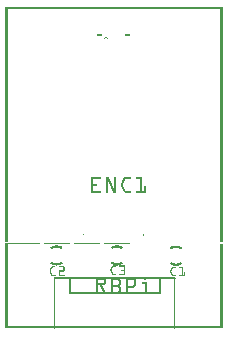
<source format=gto>
G04 MADE WITH FRITZING*
G04 WWW.FRITZING.ORG*
G04 DOUBLE SIDED*
G04 HOLES PLATED*
G04 CONTOUR ON CENTER OF CONTOUR VECTOR*
%ASAXBY*%
%FSLAX23Y23*%
%MOIN*%
%OFA0B0*%
%SFA1.0B1.0*%
%ADD10C,0.005000*%
%ADD11R,0.001000X0.001000*%
%LNSILK1*%
G90*
G70*
G54D10*
X164Y169D02*
X214Y169D01*
D02*
X214Y169D02*
X514Y169D01*
D02*
X514Y169D02*
X564Y169D01*
D02*
X514Y169D02*
X514Y119D01*
D02*
X514Y119D02*
X214Y119D01*
D02*
X214Y119D02*
X214Y169D01*
G54D11*
X0Y1070D02*
X723Y1070D01*
X0Y1069D02*
X723Y1069D01*
X0Y1068D02*
X723Y1068D01*
X0Y1067D02*
X723Y1067D01*
X0Y1066D02*
X723Y1066D01*
X0Y1065D02*
X723Y1065D01*
X0Y1064D02*
X723Y1064D01*
X0Y1063D02*
X7Y1063D01*
X716Y1063D02*
X723Y1063D01*
X0Y1062D02*
X7Y1062D01*
X716Y1062D02*
X723Y1062D01*
X0Y1061D02*
X7Y1061D01*
X716Y1061D02*
X723Y1061D01*
X0Y1060D02*
X7Y1060D01*
X716Y1060D02*
X723Y1060D01*
X0Y1059D02*
X7Y1059D01*
X716Y1059D02*
X723Y1059D01*
X0Y1058D02*
X7Y1058D01*
X716Y1058D02*
X723Y1058D01*
X0Y1057D02*
X7Y1057D01*
X716Y1057D02*
X723Y1057D01*
X0Y1056D02*
X7Y1056D01*
X716Y1056D02*
X723Y1056D01*
X0Y1055D02*
X7Y1055D01*
X716Y1055D02*
X723Y1055D01*
X0Y1054D02*
X7Y1054D01*
X716Y1054D02*
X723Y1054D01*
X0Y1053D02*
X7Y1053D01*
X716Y1053D02*
X723Y1053D01*
X0Y1052D02*
X7Y1052D01*
X716Y1052D02*
X723Y1052D01*
X0Y1051D02*
X7Y1051D01*
X716Y1051D02*
X723Y1051D01*
X0Y1050D02*
X7Y1050D01*
X716Y1050D02*
X723Y1050D01*
X0Y1049D02*
X7Y1049D01*
X716Y1049D02*
X723Y1049D01*
X0Y1048D02*
X7Y1048D01*
X716Y1048D02*
X723Y1048D01*
X0Y1047D02*
X7Y1047D01*
X716Y1047D02*
X723Y1047D01*
X0Y1046D02*
X7Y1046D01*
X716Y1046D02*
X723Y1046D01*
X0Y1045D02*
X7Y1045D01*
X716Y1045D02*
X723Y1045D01*
X0Y1044D02*
X7Y1044D01*
X716Y1044D02*
X723Y1044D01*
X0Y1043D02*
X7Y1043D01*
X716Y1043D02*
X723Y1043D01*
X0Y1042D02*
X7Y1042D01*
X716Y1042D02*
X723Y1042D01*
X0Y1041D02*
X7Y1041D01*
X716Y1041D02*
X723Y1041D01*
X0Y1040D02*
X7Y1040D01*
X716Y1040D02*
X723Y1040D01*
X0Y1039D02*
X7Y1039D01*
X716Y1039D02*
X723Y1039D01*
X0Y1038D02*
X7Y1038D01*
X716Y1038D02*
X723Y1038D01*
X0Y1037D02*
X7Y1037D01*
X716Y1037D02*
X723Y1037D01*
X0Y1036D02*
X7Y1036D01*
X716Y1036D02*
X723Y1036D01*
X0Y1035D02*
X7Y1035D01*
X716Y1035D02*
X723Y1035D01*
X0Y1034D02*
X7Y1034D01*
X716Y1034D02*
X723Y1034D01*
X0Y1033D02*
X7Y1033D01*
X716Y1033D02*
X723Y1033D01*
X0Y1032D02*
X7Y1032D01*
X716Y1032D02*
X723Y1032D01*
X0Y1031D02*
X7Y1031D01*
X716Y1031D02*
X723Y1031D01*
X0Y1030D02*
X7Y1030D01*
X716Y1030D02*
X723Y1030D01*
X0Y1029D02*
X7Y1029D01*
X716Y1029D02*
X723Y1029D01*
X0Y1028D02*
X7Y1028D01*
X716Y1028D02*
X723Y1028D01*
X0Y1027D02*
X7Y1027D01*
X716Y1027D02*
X723Y1027D01*
X0Y1026D02*
X7Y1026D01*
X716Y1026D02*
X723Y1026D01*
X0Y1025D02*
X7Y1025D01*
X716Y1025D02*
X723Y1025D01*
X0Y1024D02*
X7Y1024D01*
X716Y1024D02*
X723Y1024D01*
X0Y1023D02*
X7Y1023D01*
X716Y1023D02*
X723Y1023D01*
X0Y1022D02*
X7Y1022D01*
X716Y1022D02*
X723Y1022D01*
X0Y1021D02*
X7Y1021D01*
X716Y1021D02*
X723Y1021D01*
X0Y1020D02*
X7Y1020D01*
X716Y1020D02*
X723Y1020D01*
X0Y1019D02*
X7Y1019D01*
X716Y1019D02*
X723Y1019D01*
X0Y1018D02*
X7Y1018D01*
X716Y1018D02*
X723Y1018D01*
X0Y1017D02*
X7Y1017D01*
X716Y1017D02*
X723Y1017D01*
X0Y1016D02*
X7Y1016D01*
X716Y1016D02*
X723Y1016D01*
X0Y1015D02*
X7Y1015D01*
X716Y1015D02*
X723Y1015D01*
X0Y1014D02*
X7Y1014D01*
X716Y1014D02*
X723Y1014D01*
X0Y1013D02*
X7Y1013D01*
X716Y1013D02*
X723Y1013D01*
X0Y1012D02*
X7Y1012D01*
X716Y1012D02*
X723Y1012D01*
X0Y1011D02*
X7Y1011D01*
X716Y1011D02*
X723Y1011D01*
X0Y1010D02*
X7Y1010D01*
X716Y1010D02*
X723Y1010D01*
X0Y1009D02*
X7Y1009D01*
X716Y1009D02*
X723Y1009D01*
X0Y1008D02*
X7Y1008D01*
X716Y1008D02*
X723Y1008D01*
X0Y1007D02*
X7Y1007D01*
X716Y1007D02*
X723Y1007D01*
X0Y1006D02*
X7Y1006D01*
X716Y1006D02*
X723Y1006D01*
X0Y1005D02*
X7Y1005D01*
X716Y1005D02*
X723Y1005D01*
X0Y1004D02*
X7Y1004D01*
X716Y1004D02*
X723Y1004D01*
X0Y1003D02*
X7Y1003D01*
X716Y1003D02*
X723Y1003D01*
X0Y1002D02*
X7Y1002D01*
X716Y1002D02*
X723Y1002D01*
X0Y1001D02*
X7Y1001D01*
X716Y1001D02*
X723Y1001D01*
X0Y1000D02*
X7Y1000D01*
X716Y1000D02*
X723Y1000D01*
X0Y999D02*
X7Y999D01*
X716Y999D02*
X723Y999D01*
X0Y998D02*
X7Y998D01*
X716Y998D02*
X723Y998D01*
X0Y997D02*
X7Y997D01*
X716Y997D02*
X723Y997D01*
X0Y996D02*
X7Y996D01*
X716Y996D02*
X723Y996D01*
X0Y995D02*
X7Y995D01*
X716Y995D02*
X723Y995D01*
X0Y994D02*
X7Y994D01*
X716Y994D02*
X723Y994D01*
X0Y993D02*
X7Y993D01*
X716Y993D02*
X723Y993D01*
X0Y992D02*
X7Y992D01*
X716Y992D02*
X723Y992D01*
X0Y991D02*
X7Y991D01*
X716Y991D02*
X723Y991D01*
X0Y990D02*
X7Y990D01*
X716Y990D02*
X723Y990D01*
X0Y989D02*
X7Y989D01*
X716Y989D02*
X723Y989D01*
X0Y988D02*
X7Y988D01*
X716Y988D02*
X723Y988D01*
X0Y987D02*
X7Y987D01*
X716Y987D02*
X723Y987D01*
X0Y986D02*
X7Y986D01*
X716Y986D02*
X723Y986D01*
X0Y985D02*
X7Y985D01*
X716Y985D02*
X723Y985D01*
X0Y984D02*
X7Y984D01*
X716Y984D02*
X723Y984D01*
X0Y983D02*
X7Y983D01*
X716Y983D02*
X723Y983D01*
X0Y982D02*
X7Y982D01*
X716Y982D02*
X723Y982D01*
X0Y981D02*
X7Y981D01*
X305Y981D02*
X322Y981D01*
X399Y981D02*
X415Y981D01*
X716Y981D02*
X723Y981D01*
X0Y980D02*
X7Y980D01*
X305Y980D02*
X322Y980D01*
X399Y980D02*
X415Y980D01*
X716Y980D02*
X723Y980D01*
X0Y979D02*
X7Y979D01*
X305Y979D02*
X322Y979D01*
X399Y979D02*
X415Y979D01*
X716Y979D02*
X723Y979D01*
X0Y978D02*
X7Y978D01*
X305Y978D02*
X322Y978D01*
X399Y978D02*
X415Y978D01*
X716Y978D02*
X723Y978D01*
X0Y977D02*
X7Y977D01*
X305Y977D02*
X321Y977D01*
X400Y977D02*
X415Y977D01*
X716Y977D02*
X723Y977D01*
X0Y976D02*
X7Y976D01*
X716Y976D02*
X723Y976D01*
X0Y975D02*
X7Y975D01*
X716Y975D02*
X723Y975D01*
X0Y974D02*
X7Y974D01*
X716Y974D02*
X723Y974D01*
X0Y973D02*
X7Y973D01*
X716Y973D02*
X723Y973D01*
X0Y972D02*
X7Y972D01*
X716Y972D02*
X723Y972D01*
X0Y971D02*
X7Y971D01*
X327Y971D02*
X330Y971D01*
X333Y971D02*
X333Y971D01*
X337Y971D02*
X337Y971D01*
X341Y971D02*
X341Y971D01*
X716Y971D02*
X723Y971D01*
X0Y970D02*
X7Y970D01*
X327Y970D02*
X327Y970D01*
X333Y970D02*
X333Y970D01*
X336Y970D02*
X337Y970D01*
X341Y970D02*
X341Y970D01*
X716Y970D02*
X723Y970D01*
X0Y969D02*
X7Y969D01*
X327Y969D02*
X327Y969D01*
X333Y969D02*
X333Y969D01*
X336Y969D02*
X336Y969D01*
X338Y969D02*
X338Y969D01*
X340Y969D02*
X340Y969D01*
X716Y969D02*
X723Y969D01*
X0Y968D02*
X7Y968D01*
X328Y968D02*
X330Y968D01*
X334Y968D02*
X334Y968D01*
X336Y968D02*
X336Y968D01*
X338Y968D02*
X338Y968D01*
X340Y968D02*
X340Y968D01*
X716Y968D02*
X723Y968D01*
X0Y967D02*
X7Y967D01*
X330Y967D02*
X331Y967D01*
X334Y967D02*
X334Y967D01*
X338Y967D02*
X338Y967D01*
X340Y967D02*
X340Y967D01*
X716Y967D02*
X723Y967D01*
X0Y966D02*
X7Y966D01*
X331Y966D02*
X331Y966D01*
X334Y966D02*
X335Y966D01*
X338Y966D02*
X339Y966D01*
X716Y966D02*
X723Y966D01*
X0Y965D02*
X7Y965D01*
X327Y965D02*
X330Y965D01*
X334Y965D02*
X335Y965D01*
X339Y965D02*
X339Y965D01*
X716Y965D02*
X723Y965D01*
X0Y964D02*
X7Y964D01*
X716Y964D02*
X723Y964D01*
X0Y963D02*
X7Y963D01*
X716Y963D02*
X723Y963D01*
X0Y962D02*
X7Y962D01*
X716Y962D02*
X723Y962D01*
X0Y961D02*
X7Y961D01*
X716Y961D02*
X723Y961D01*
X0Y960D02*
X7Y960D01*
X716Y960D02*
X723Y960D01*
X0Y959D02*
X7Y959D01*
X716Y959D02*
X723Y959D01*
X0Y958D02*
X7Y958D01*
X716Y958D02*
X723Y958D01*
X0Y957D02*
X7Y957D01*
X716Y957D02*
X723Y957D01*
X0Y956D02*
X7Y956D01*
X716Y956D02*
X723Y956D01*
X0Y955D02*
X7Y955D01*
X716Y955D02*
X723Y955D01*
X0Y954D02*
X7Y954D01*
X716Y954D02*
X723Y954D01*
X0Y953D02*
X7Y953D01*
X716Y953D02*
X723Y953D01*
X0Y952D02*
X7Y952D01*
X716Y952D02*
X723Y952D01*
X0Y951D02*
X7Y951D01*
X716Y951D02*
X723Y951D01*
X0Y950D02*
X7Y950D01*
X716Y950D02*
X723Y950D01*
X0Y949D02*
X7Y949D01*
X716Y949D02*
X723Y949D01*
X0Y948D02*
X7Y948D01*
X716Y948D02*
X723Y948D01*
X0Y947D02*
X7Y947D01*
X716Y947D02*
X723Y947D01*
X0Y946D02*
X7Y946D01*
X716Y946D02*
X723Y946D01*
X0Y945D02*
X7Y945D01*
X716Y945D02*
X723Y945D01*
X0Y944D02*
X7Y944D01*
X716Y944D02*
X723Y944D01*
X0Y943D02*
X7Y943D01*
X716Y943D02*
X723Y943D01*
X0Y942D02*
X7Y942D01*
X716Y942D02*
X723Y942D01*
X0Y941D02*
X7Y941D01*
X716Y941D02*
X723Y941D01*
X0Y940D02*
X7Y940D01*
X716Y940D02*
X723Y940D01*
X0Y939D02*
X7Y939D01*
X716Y939D02*
X723Y939D01*
X0Y938D02*
X7Y938D01*
X716Y938D02*
X723Y938D01*
X0Y937D02*
X7Y937D01*
X716Y937D02*
X723Y937D01*
X0Y936D02*
X7Y936D01*
X716Y936D02*
X723Y936D01*
X0Y935D02*
X7Y935D01*
X716Y935D02*
X723Y935D01*
X0Y934D02*
X7Y934D01*
X716Y934D02*
X723Y934D01*
X0Y933D02*
X7Y933D01*
X716Y933D02*
X723Y933D01*
X0Y932D02*
X7Y932D01*
X716Y932D02*
X723Y932D01*
X0Y931D02*
X7Y931D01*
X716Y931D02*
X723Y931D01*
X0Y930D02*
X7Y930D01*
X716Y930D02*
X723Y930D01*
X0Y929D02*
X7Y929D01*
X716Y929D02*
X723Y929D01*
X0Y928D02*
X7Y928D01*
X716Y928D02*
X723Y928D01*
X0Y927D02*
X7Y927D01*
X716Y927D02*
X723Y927D01*
X0Y926D02*
X7Y926D01*
X716Y926D02*
X723Y926D01*
X0Y925D02*
X7Y925D01*
X716Y925D02*
X723Y925D01*
X0Y924D02*
X7Y924D01*
X716Y924D02*
X723Y924D01*
X0Y923D02*
X7Y923D01*
X716Y923D02*
X723Y923D01*
X0Y922D02*
X7Y922D01*
X716Y922D02*
X723Y922D01*
X0Y921D02*
X7Y921D01*
X716Y921D02*
X723Y921D01*
X0Y920D02*
X7Y920D01*
X716Y920D02*
X723Y920D01*
X0Y919D02*
X7Y919D01*
X716Y919D02*
X723Y919D01*
X0Y918D02*
X7Y918D01*
X716Y918D02*
X723Y918D01*
X0Y917D02*
X7Y917D01*
X716Y917D02*
X723Y917D01*
X0Y916D02*
X7Y916D01*
X716Y916D02*
X723Y916D01*
X0Y915D02*
X7Y915D01*
X716Y915D02*
X723Y915D01*
X0Y914D02*
X7Y914D01*
X716Y914D02*
X723Y914D01*
X0Y913D02*
X7Y913D01*
X716Y913D02*
X723Y913D01*
X0Y912D02*
X7Y912D01*
X716Y912D02*
X723Y912D01*
X0Y911D02*
X7Y911D01*
X716Y911D02*
X723Y911D01*
X0Y910D02*
X7Y910D01*
X716Y910D02*
X723Y910D01*
X0Y909D02*
X7Y909D01*
X716Y909D02*
X723Y909D01*
X0Y908D02*
X7Y908D01*
X716Y908D02*
X723Y908D01*
X0Y907D02*
X7Y907D01*
X716Y907D02*
X723Y907D01*
X0Y906D02*
X7Y906D01*
X716Y906D02*
X723Y906D01*
X0Y905D02*
X7Y905D01*
X716Y905D02*
X723Y905D01*
X0Y904D02*
X7Y904D01*
X716Y904D02*
X723Y904D01*
X0Y903D02*
X7Y903D01*
X716Y903D02*
X723Y903D01*
X0Y902D02*
X7Y902D01*
X716Y902D02*
X723Y902D01*
X0Y901D02*
X7Y901D01*
X716Y901D02*
X723Y901D01*
X0Y900D02*
X7Y900D01*
X716Y900D02*
X723Y900D01*
X0Y899D02*
X7Y899D01*
X716Y899D02*
X723Y899D01*
X0Y898D02*
X7Y898D01*
X716Y898D02*
X723Y898D01*
X0Y897D02*
X7Y897D01*
X716Y897D02*
X723Y897D01*
X0Y896D02*
X7Y896D01*
X716Y896D02*
X723Y896D01*
X0Y895D02*
X7Y895D01*
X716Y895D02*
X723Y895D01*
X0Y894D02*
X7Y894D01*
X716Y894D02*
X723Y894D01*
X0Y893D02*
X7Y893D01*
X716Y893D02*
X723Y893D01*
X0Y892D02*
X7Y892D01*
X716Y892D02*
X723Y892D01*
X0Y891D02*
X7Y891D01*
X716Y891D02*
X723Y891D01*
X0Y890D02*
X7Y890D01*
X716Y890D02*
X723Y890D01*
X0Y889D02*
X7Y889D01*
X716Y889D02*
X723Y889D01*
X0Y888D02*
X7Y888D01*
X716Y888D02*
X723Y888D01*
X0Y887D02*
X7Y887D01*
X716Y887D02*
X723Y887D01*
X0Y886D02*
X7Y886D01*
X716Y886D02*
X723Y886D01*
X0Y885D02*
X7Y885D01*
X716Y885D02*
X723Y885D01*
X0Y884D02*
X7Y884D01*
X716Y884D02*
X723Y884D01*
X0Y883D02*
X7Y883D01*
X716Y883D02*
X723Y883D01*
X0Y882D02*
X7Y882D01*
X716Y882D02*
X723Y882D01*
X0Y881D02*
X7Y881D01*
X716Y881D02*
X723Y881D01*
X0Y880D02*
X7Y880D01*
X716Y880D02*
X723Y880D01*
X0Y879D02*
X7Y879D01*
X716Y879D02*
X723Y879D01*
X0Y878D02*
X7Y878D01*
X716Y878D02*
X723Y878D01*
X0Y877D02*
X7Y877D01*
X716Y877D02*
X723Y877D01*
X0Y876D02*
X7Y876D01*
X716Y876D02*
X723Y876D01*
X0Y875D02*
X7Y875D01*
X716Y875D02*
X723Y875D01*
X0Y874D02*
X7Y874D01*
X716Y874D02*
X723Y874D01*
X0Y873D02*
X7Y873D01*
X716Y873D02*
X723Y873D01*
X0Y872D02*
X7Y872D01*
X716Y872D02*
X723Y872D01*
X0Y871D02*
X7Y871D01*
X716Y871D02*
X723Y871D01*
X0Y870D02*
X7Y870D01*
X716Y870D02*
X723Y870D01*
X0Y869D02*
X7Y869D01*
X716Y869D02*
X723Y869D01*
X0Y868D02*
X7Y868D01*
X716Y868D02*
X723Y868D01*
X0Y867D02*
X7Y867D01*
X716Y867D02*
X723Y867D01*
X0Y866D02*
X7Y866D01*
X716Y866D02*
X723Y866D01*
X0Y865D02*
X7Y865D01*
X716Y865D02*
X723Y865D01*
X0Y864D02*
X7Y864D01*
X716Y864D02*
X723Y864D01*
X0Y863D02*
X7Y863D01*
X716Y863D02*
X723Y863D01*
X0Y862D02*
X7Y862D01*
X716Y862D02*
X723Y862D01*
X0Y861D02*
X7Y861D01*
X716Y861D02*
X723Y861D01*
X0Y860D02*
X7Y860D01*
X716Y860D02*
X723Y860D01*
X0Y859D02*
X7Y859D01*
X716Y859D02*
X723Y859D01*
X0Y858D02*
X7Y858D01*
X716Y858D02*
X723Y858D01*
X0Y857D02*
X7Y857D01*
X716Y857D02*
X723Y857D01*
X0Y856D02*
X7Y856D01*
X716Y856D02*
X723Y856D01*
X0Y855D02*
X7Y855D01*
X716Y855D02*
X723Y855D01*
X0Y854D02*
X7Y854D01*
X716Y854D02*
X723Y854D01*
X0Y853D02*
X7Y853D01*
X716Y853D02*
X723Y853D01*
X0Y852D02*
X7Y852D01*
X716Y852D02*
X723Y852D01*
X0Y851D02*
X7Y851D01*
X716Y851D02*
X723Y851D01*
X0Y850D02*
X7Y850D01*
X716Y850D02*
X723Y850D01*
X0Y849D02*
X7Y849D01*
X716Y849D02*
X723Y849D01*
X0Y848D02*
X7Y848D01*
X716Y848D02*
X723Y848D01*
X0Y847D02*
X7Y847D01*
X716Y847D02*
X723Y847D01*
X0Y846D02*
X7Y846D01*
X716Y846D02*
X723Y846D01*
X0Y845D02*
X7Y845D01*
X716Y845D02*
X723Y845D01*
X0Y844D02*
X7Y844D01*
X716Y844D02*
X723Y844D01*
X0Y843D02*
X7Y843D01*
X716Y843D02*
X723Y843D01*
X0Y842D02*
X7Y842D01*
X716Y842D02*
X723Y842D01*
X0Y841D02*
X7Y841D01*
X716Y841D02*
X723Y841D01*
X0Y840D02*
X7Y840D01*
X716Y840D02*
X723Y840D01*
X0Y839D02*
X7Y839D01*
X716Y839D02*
X723Y839D01*
X0Y838D02*
X7Y838D01*
X716Y838D02*
X723Y838D01*
X0Y837D02*
X7Y837D01*
X716Y837D02*
X723Y837D01*
X0Y836D02*
X7Y836D01*
X716Y836D02*
X723Y836D01*
X0Y835D02*
X7Y835D01*
X716Y835D02*
X723Y835D01*
X0Y834D02*
X7Y834D01*
X716Y834D02*
X723Y834D01*
X0Y833D02*
X7Y833D01*
X716Y833D02*
X723Y833D01*
X0Y832D02*
X7Y832D01*
X716Y832D02*
X723Y832D01*
X0Y831D02*
X7Y831D01*
X716Y831D02*
X723Y831D01*
X0Y830D02*
X7Y830D01*
X716Y830D02*
X723Y830D01*
X0Y829D02*
X7Y829D01*
X716Y829D02*
X723Y829D01*
X0Y828D02*
X7Y828D01*
X716Y828D02*
X723Y828D01*
X0Y827D02*
X7Y827D01*
X716Y827D02*
X723Y827D01*
X0Y826D02*
X7Y826D01*
X716Y826D02*
X723Y826D01*
X0Y825D02*
X7Y825D01*
X716Y825D02*
X723Y825D01*
X0Y824D02*
X7Y824D01*
X716Y824D02*
X723Y824D01*
X0Y823D02*
X7Y823D01*
X716Y823D02*
X723Y823D01*
X0Y822D02*
X7Y822D01*
X716Y822D02*
X723Y822D01*
X0Y821D02*
X7Y821D01*
X716Y821D02*
X723Y821D01*
X0Y820D02*
X7Y820D01*
X716Y820D02*
X723Y820D01*
X0Y819D02*
X7Y819D01*
X716Y819D02*
X723Y819D01*
X0Y818D02*
X7Y818D01*
X716Y818D02*
X723Y818D01*
X0Y817D02*
X7Y817D01*
X716Y817D02*
X723Y817D01*
X0Y816D02*
X7Y816D01*
X716Y816D02*
X723Y816D01*
X0Y815D02*
X7Y815D01*
X716Y815D02*
X723Y815D01*
X0Y814D02*
X7Y814D01*
X716Y814D02*
X723Y814D01*
X0Y813D02*
X7Y813D01*
X716Y813D02*
X723Y813D01*
X0Y812D02*
X7Y812D01*
X716Y812D02*
X723Y812D01*
X0Y811D02*
X7Y811D01*
X716Y811D02*
X723Y811D01*
X0Y810D02*
X7Y810D01*
X716Y810D02*
X723Y810D01*
X0Y809D02*
X7Y809D01*
X716Y809D02*
X723Y809D01*
X0Y808D02*
X7Y808D01*
X716Y808D02*
X723Y808D01*
X0Y807D02*
X7Y807D01*
X716Y807D02*
X723Y807D01*
X0Y806D02*
X7Y806D01*
X716Y806D02*
X723Y806D01*
X0Y805D02*
X7Y805D01*
X716Y805D02*
X723Y805D01*
X0Y804D02*
X7Y804D01*
X716Y804D02*
X723Y804D01*
X0Y803D02*
X7Y803D01*
X716Y803D02*
X723Y803D01*
X0Y802D02*
X7Y802D01*
X716Y802D02*
X723Y802D01*
X0Y801D02*
X7Y801D01*
X716Y801D02*
X723Y801D01*
X0Y800D02*
X7Y800D01*
X716Y800D02*
X723Y800D01*
X0Y799D02*
X7Y799D01*
X716Y799D02*
X723Y799D01*
X0Y798D02*
X7Y798D01*
X716Y798D02*
X723Y798D01*
X0Y797D02*
X7Y797D01*
X716Y797D02*
X723Y797D01*
X0Y796D02*
X7Y796D01*
X716Y796D02*
X723Y796D01*
X0Y795D02*
X7Y795D01*
X716Y795D02*
X723Y795D01*
X0Y794D02*
X7Y794D01*
X716Y794D02*
X723Y794D01*
X0Y793D02*
X7Y793D01*
X716Y793D02*
X723Y793D01*
X0Y792D02*
X7Y792D01*
X716Y792D02*
X723Y792D01*
X0Y791D02*
X7Y791D01*
X716Y791D02*
X723Y791D01*
X0Y790D02*
X7Y790D01*
X716Y790D02*
X723Y790D01*
X0Y789D02*
X7Y789D01*
X716Y789D02*
X723Y789D01*
X0Y788D02*
X7Y788D01*
X716Y788D02*
X723Y788D01*
X0Y787D02*
X7Y787D01*
X716Y787D02*
X723Y787D01*
X0Y786D02*
X7Y786D01*
X716Y786D02*
X723Y786D01*
X0Y785D02*
X7Y785D01*
X716Y785D02*
X723Y785D01*
X0Y784D02*
X7Y784D01*
X716Y784D02*
X723Y784D01*
X0Y783D02*
X7Y783D01*
X716Y783D02*
X723Y783D01*
X0Y782D02*
X7Y782D01*
X716Y782D02*
X723Y782D01*
X0Y781D02*
X7Y781D01*
X716Y781D02*
X723Y781D01*
X0Y780D02*
X7Y780D01*
X716Y780D02*
X723Y780D01*
X0Y779D02*
X7Y779D01*
X716Y779D02*
X723Y779D01*
X0Y778D02*
X7Y778D01*
X716Y778D02*
X723Y778D01*
X0Y777D02*
X7Y777D01*
X716Y777D02*
X723Y777D01*
X0Y776D02*
X7Y776D01*
X716Y776D02*
X723Y776D01*
X0Y775D02*
X7Y775D01*
X716Y775D02*
X723Y775D01*
X0Y774D02*
X7Y774D01*
X716Y774D02*
X723Y774D01*
X0Y773D02*
X7Y773D01*
X716Y773D02*
X723Y773D01*
X0Y772D02*
X7Y772D01*
X716Y772D02*
X723Y772D01*
X0Y771D02*
X7Y771D01*
X716Y771D02*
X723Y771D01*
X0Y770D02*
X7Y770D01*
X716Y770D02*
X723Y770D01*
X0Y769D02*
X7Y769D01*
X716Y769D02*
X723Y769D01*
X0Y768D02*
X7Y768D01*
X716Y768D02*
X723Y768D01*
X0Y767D02*
X7Y767D01*
X716Y767D02*
X723Y767D01*
X0Y766D02*
X7Y766D01*
X716Y766D02*
X723Y766D01*
X0Y765D02*
X7Y765D01*
X716Y765D02*
X723Y765D01*
X0Y764D02*
X7Y764D01*
X716Y764D02*
X723Y764D01*
X0Y763D02*
X7Y763D01*
X716Y763D02*
X723Y763D01*
X0Y762D02*
X7Y762D01*
X716Y762D02*
X723Y762D01*
X0Y761D02*
X7Y761D01*
X716Y761D02*
X723Y761D01*
X0Y760D02*
X7Y760D01*
X716Y760D02*
X723Y760D01*
X0Y759D02*
X7Y759D01*
X716Y759D02*
X723Y759D01*
X0Y758D02*
X7Y758D01*
X716Y758D02*
X723Y758D01*
X0Y757D02*
X7Y757D01*
X716Y757D02*
X723Y757D01*
X0Y756D02*
X7Y756D01*
X716Y756D02*
X723Y756D01*
X0Y755D02*
X7Y755D01*
X716Y755D02*
X723Y755D01*
X0Y754D02*
X7Y754D01*
X716Y754D02*
X723Y754D01*
X0Y753D02*
X7Y753D01*
X716Y753D02*
X723Y753D01*
X0Y752D02*
X7Y752D01*
X716Y752D02*
X723Y752D01*
X0Y751D02*
X7Y751D01*
X716Y751D02*
X723Y751D01*
X0Y750D02*
X7Y750D01*
X716Y750D02*
X723Y750D01*
X0Y749D02*
X7Y749D01*
X716Y749D02*
X723Y749D01*
X0Y748D02*
X7Y748D01*
X716Y748D02*
X723Y748D01*
X0Y747D02*
X7Y747D01*
X716Y747D02*
X723Y747D01*
X0Y746D02*
X7Y746D01*
X716Y746D02*
X723Y746D01*
X0Y745D02*
X7Y745D01*
X716Y745D02*
X723Y745D01*
X0Y744D02*
X7Y744D01*
X716Y744D02*
X723Y744D01*
X0Y743D02*
X7Y743D01*
X716Y743D02*
X723Y743D01*
X0Y742D02*
X7Y742D01*
X716Y742D02*
X723Y742D01*
X0Y741D02*
X7Y741D01*
X716Y741D02*
X723Y741D01*
X0Y740D02*
X7Y740D01*
X716Y740D02*
X723Y740D01*
X0Y739D02*
X7Y739D01*
X716Y739D02*
X723Y739D01*
X0Y738D02*
X7Y738D01*
X716Y738D02*
X723Y738D01*
X0Y737D02*
X7Y737D01*
X716Y737D02*
X723Y737D01*
X0Y736D02*
X7Y736D01*
X716Y736D02*
X723Y736D01*
X0Y735D02*
X7Y735D01*
X716Y735D02*
X723Y735D01*
X0Y734D02*
X7Y734D01*
X716Y734D02*
X723Y734D01*
X0Y733D02*
X7Y733D01*
X716Y733D02*
X723Y733D01*
X0Y732D02*
X7Y732D01*
X716Y732D02*
X723Y732D01*
X0Y731D02*
X7Y731D01*
X716Y731D02*
X723Y731D01*
X0Y730D02*
X7Y730D01*
X716Y730D02*
X723Y730D01*
X0Y729D02*
X7Y729D01*
X716Y729D02*
X723Y729D01*
X0Y728D02*
X7Y728D01*
X716Y728D02*
X723Y728D01*
X0Y727D02*
X7Y727D01*
X716Y727D02*
X723Y727D01*
X0Y726D02*
X7Y726D01*
X716Y726D02*
X723Y726D01*
X0Y725D02*
X7Y725D01*
X716Y725D02*
X723Y725D01*
X0Y724D02*
X7Y724D01*
X716Y724D02*
X723Y724D01*
X0Y723D02*
X7Y723D01*
X716Y723D02*
X723Y723D01*
X0Y722D02*
X7Y722D01*
X716Y722D02*
X723Y722D01*
X0Y721D02*
X7Y721D01*
X716Y721D02*
X723Y721D01*
X0Y720D02*
X7Y720D01*
X716Y720D02*
X723Y720D01*
X0Y719D02*
X7Y719D01*
X716Y719D02*
X723Y719D01*
X0Y718D02*
X7Y718D01*
X716Y718D02*
X723Y718D01*
X0Y717D02*
X7Y717D01*
X716Y717D02*
X723Y717D01*
X0Y716D02*
X7Y716D01*
X716Y716D02*
X723Y716D01*
X0Y715D02*
X7Y715D01*
X716Y715D02*
X723Y715D01*
X0Y714D02*
X7Y714D01*
X716Y714D02*
X723Y714D01*
X0Y713D02*
X7Y713D01*
X716Y713D02*
X723Y713D01*
X0Y712D02*
X7Y712D01*
X716Y712D02*
X723Y712D01*
X0Y711D02*
X7Y711D01*
X716Y711D02*
X723Y711D01*
X0Y710D02*
X7Y710D01*
X716Y710D02*
X723Y710D01*
X0Y709D02*
X7Y709D01*
X716Y709D02*
X723Y709D01*
X0Y708D02*
X7Y708D01*
X716Y708D02*
X723Y708D01*
X0Y707D02*
X7Y707D01*
X716Y707D02*
X723Y707D01*
X0Y706D02*
X7Y706D01*
X716Y706D02*
X723Y706D01*
X0Y705D02*
X7Y705D01*
X716Y705D02*
X723Y705D01*
X0Y704D02*
X7Y704D01*
X716Y704D02*
X723Y704D01*
X0Y703D02*
X7Y703D01*
X716Y703D02*
X723Y703D01*
X0Y702D02*
X7Y702D01*
X716Y702D02*
X723Y702D01*
X0Y701D02*
X7Y701D01*
X716Y701D02*
X723Y701D01*
X0Y700D02*
X7Y700D01*
X716Y700D02*
X723Y700D01*
X0Y699D02*
X7Y699D01*
X716Y699D02*
X723Y699D01*
X0Y698D02*
X7Y698D01*
X716Y698D02*
X723Y698D01*
X0Y697D02*
X7Y697D01*
X716Y697D02*
X723Y697D01*
X0Y696D02*
X7Y696D01*
X716Y696D02*
X723Y696D01*
X0Y695D02*
X7Y695D01*
X716Y695D02*
X723Y695D01*
X0Y694D02*
X7Y694D01*
X716Y694D02*
X723Y694D01*
X0Y693D02*
X7Y693D01*
X716Y693D02*
X723Y693D01*
X0Y692D02*
X7Y692D01*
X716Y692D02*
X723Y692D01*
X0Y691D02*
X7Y691D01*
X716Y691D02*
X723Y691D01*
X0Y690D02*
X7Y690D01*
X716Y690D02*
X723Y690D01*
X0Y689D02*
X7Y689D01*
X716Y689D02*
X723Y689D01*
X0Y688D02*
X7Y688D01*
X716Y688D02*
X723Y688D01*
X0Y687D02*
X7Y687D01*
X716Y687D02*
X723Y687D01*
X0Y686D02*
X7Y686D01*
X716Y686D02*
X723Y686D01*
X0Y685D02*
X7Y685D01*
X716Y685D02*
X723Y685D01*
X0Y684D02*
X7Y684D01*
X716Y684D02*
X723Y684D01*
X0Y683D02*
X7Y683D01*
X716Y683D02*
X723Y683D01*
X0Y682D02*
X7Y682D01*
X716Y682D02*
X723Y682D01*
X0Y681D02*
X7Y681D01*
X716Y681D02*
X723Y681D01*
X0Y680D02*
X7Y680D01*
X716Y680D02*
X723Y680D01*
X0Y679D02*
X7Y679D01*
X716Y679D02*
X723Y679D01*
X0Y678D02*
X7Y678D01*
X716Y678D02*
X723Y678D01*
X0Y677D02*
X7Y677D01*
X716Y677D02*
X723Y677D01*
X0Y676D02*
X7Y676D01*
X716Y676D02*
X723Y676D01*
X0Y675D02*
X7Y675D01*
X716Y675D02*
X723Y675D01*
X0Y674D02*
X7Y674D01*
X716Y674D02*
X723Y674D01*
X0Y673D02*
X7Y673D01*
X716Y673D02*
X723Y673D01*
X0Y672D02*
X7Y672D01*
X716Y672D02*
X723Y672D01*
X0Y671D02*
X7Y671D01*
X716Y671D02*
X723Y671D01*
X0Y670D02*
X7Y670D01*
X716Y670D02*
X723Y670D01*
X0Y669D02*
X7Y669D01*
X716Y669D02*
X723Y669D01*
X0Y668D02*
X7Y668D01*
X716Y668D02*
X723Y668D01*
X0Y667D02*
X7Y667D01*
X716Y667D02*
X723Y667D01*
X0Y666D02*
X7Y666D01*
X716Y666D02*
X723Y666D01*
X0Y665D02*
X7Y665D01*
X716Y665D02*
X723Y665D01*
X0Y664D02*
X7Y664D01*
X716Y664D02*
X723Y664D01*
X0Y663D02*
X7Y663D01*
X716Y663D02*
X723Y663D01*
X0Y662D02*
X7Y662D01*
X716Y662D02*
X723Y662D01*
X0Y661D02*
X7Y661D01*
X716Y661D02*
X723Y661D01*
X0Y660D02*
X7Y660D01*
X716Y660D02*
X723Y660D01*
X0Y659D02*
X7Y659D01*
X716Y659D02*
X723Y659D01*
X0Y658D02*
X7Y658D01*
X716Y658D02*
X723Y658D01*
X0Y657D02*
X7Y657D01*
X716Y657D02*
X723Y657D01*
X0Y656D02*
X7Y656D01*
X716Y656D02*
X723Y656D01*
X0Y655D02*
X7Y655D01*
X716Y655D02*
X723Y655D01*
X0Y654D02*
X7Y654D01*
X716Y654D02*
X723Y654D01*
X0Y653D02*
X7Y653D01*
X716Y653D02*
X723Y653D01*
X0Y652D02*
X7Y652D01*
X716Y652D02*
X723Y652D01*
X0Y651D02*
X7Y651D01*
X716Y651D02*
X723Y651D01*
X0Y650D02*
X7Y650D01*
X716Y650D02*
X723Y650D01*
X0Y649D02*
X7Y649D01*
X716Y649D02*
X723Y649D01*
X0Y648D02*
X7Y648D01*
X716Y648D02*
X723Y648D01*
X0Y647D02*
X7Y647D01*
X716Y647D02*
X723Y647D01*
X0Y646D02*
X7Y646D01*
X716Y646D02*
X723Y646D01*
X0Y645D02*
X7Y645D01*
X716Y645D02*
X723Y645D01*
X0Y644D02*
X7Y644D01*
X716Y644D02*
X723Y644D01*
X0Y643D02*
X7Y643D01*
X716Y643D02*
X723Y643D01*
X0Y642D02*
X7Y642D01*
X716Y642D02*
X723Y642D01*
X0Y641D02*
X7Y641D01*
X716Y641D02*
X723Y641D01*
X0Y640D02*
X7Y640D01*
X716Y640D02*
X723Y640D01*
X0Y639D02*
X7Y639D01*
X716Y639D02*
X723Y639D01*
X0Y638D02*
X7Y638D01*
X716Y638D02*
X723Y638D01*
X0Y637D02*
X7Y637D01*
X716Y637D02*
X723Y637D01*
X0Y636D02*
X7Y636D01*
X716Y636D02*
X723Y636D01*
X0Y635D02*
X7Y635D01*
X716Y635D02*
X723Y635D01*
X0Y634D02*
X7Y634D01*
X716Y634D02*
X723Y634D01*
X0Y633D02*
X7Y633D01*
X716Y633D02*
X723Y633D01*
X0Y632D02*
X7Y632D01*
X716Y632D02*
X723Y632D01*
X0Y631D02*
X7Y631D01*
X716Y631D02*
X723Y631D01*
X0Y630D02*
X7Y630D01*
X716Y630D02*
X723Y630D01*
X0Y629D02*
X7Y629D01*
X716Y629D02*
X723Y629D01*
X0Y628D02*
X7Y628D01*
X716Y628D02*
X723Y628D01*
X0Y627D02*
X7Y627D01*
X716Y627D02*
X723Y627D01*
X0Y626D02*
X7Y626D01*
X716Y626D02*
X723Y626D01*
X0Y625D02*
X7Y625D01*
X716Y625D02*
X723Y625D01*
X0Y624D02*
X7Y624D01*
X716Y624D02*
X723Y624D01*
X0Y623D02*
X7Y623D01*
X716Y623D02*
X723Y623D01*
X0Y622D02*
X7Y622D01*
X716Y622D02*
X723Y622D01*
X0Y621D02*
X7Y621D01*
X716Y621D02*
X723Y621D01*
X0Y620D02*
X7Y620D01*
X716Y620D02*
X723Y620D01*
X0Y619D02*
X7Y619D01*
X716Y619D02*
X723Y619D01*
X0Y618D02*
X7Y618D01*
X716Y618D02*
X723Y618D01*
X0Y617D02*
X7Y617D01*
X716Y617D02*
X723Y617D01*
X0Y616D02*
X7Y616D01*
X716Y616D02*
X723Y616D01*
X0Y615D02*
X7Y615D01*
X716Y615D02*
X723Y615D01*
X0Y614D02*
X7Y614D01*
X716Y614D02*
X723Y614D01*
X0Y613D02*
X7Y613D01*
X716Y613D02*
X723Y613D01*
X0Y612D02*
X7Y612D01*
X716Y612D02*
X723Y612D01*
X0Y611D02*
X7Y611D01*
X716Y611D02*
X723Y611D01*
X0Y610D02*
X7Y610D01*
X716Y610D02*
X723Y610D01*
X0Y609D02*
X7Y609D01*
X716Y609D02*
X723Y609D01*
X0Y608D02*
X7Y608D01*
X716Y608D02*
X723Y608D01*
X0Y607D02*
X7Y607D01*
X716Y607D02*
X723Y607D01*
X0Y606D02*
X7Y606D01*
X716Y606D02*
X723Y606D01*
X0Y605D02*
X7Y605D01*
X716Y605D02*
X723Y605D01*
X0Y604D02*
X7Y604D01*
X716Y604D02*
X723Y604D01*
X0Y603D02*
X7Y603D01*
X716Y603D02*
X723Y603D01*
X0Y602D02*
X7Y602D01*
X716Y602D02*
X723Y602D01*
X0Y601D02*
X7Y601D01*
X716Y601D02*
X723Y601D01*
X0Y600D02*
X7Y600D01*
X716Y600D02*
X723Y600D01*
X0Y599D02*
X7Y599D01*
X716Y599D02*
X723Y599D01*
X0Y598D02*
X7Y598D01*
X716Y598D02*
X723Y598D01*
X0Y597D02*
X7Y597D01*
X716Y597D02*
X723Y597D01*
X0Y596D02*
X7Y596D01*
X716Y596D02*
X723Y596D01*
X0Y595D02*
X7Y595D01*
X716Y595D02*
X723Y595D01*
X0Y594D02*
X7Y594D01*
X716Y594D02*
X723Y594D01*
X0Y593D02*
X7Y593D01*
X716Y593D02*
X723Y593D01*
X0Y592D02*
X7Y592D01*
X716Y592D02*
X723Y592D01*
X0Y591D02*
X7Y591D01*
X716Y591D02*
X723Y591D01*
X0Y590D02*
X7Y590D01*
X716Y590D02*
X723Y590D01*
X0Y589D02*
X7Y589D01*
X716Y589D02*
X723Y589D01*
X0Y588D02*
X7Y588D01*
X716Y588D02*
X723Y588D01*
X0Y587D02*
X7Y587D01*
X716Y587D02*
X723Y587D01*
X0Y586D02*
X7Y586D01*
X716Y586D02*
X723Y586D01*
X0Y585D02*
X7Y585D01*
X716Y585D02*
X723Y585D01*
X0Y584D02*
X7Y584D01*
X716Y584D02*
X723Y584D01*
X0Y583D02*
X7Y583D01*
X716Y583D02*
X723Y583D01*
X0Y582D02*
X7Y582D01*
X716Y582D02*
X723Y582D01*
X0Y581D02*
X7Y581D01*
X716Y581D02*
X723Y581D01*
X0Y580D02*
X7Y580D01*
X716Y580D02*
X723Y580D01*
X0Y579D02*
X7Y579D01*
X716Y579D02*
X723Y579D01*
X0Y578D02*
X7Y578D01*
X716Y578D02*
X723Y578D01*
X0Y577D02*
X7Y577D01*
X716Y577D02*
X723Y577D01*
X0Y576D02*
X7Y576D01*
X716Y576D02*
X723Y576D01*
X0Y575D02*
X7Y575D01*
X716Y575D02*
X723Y575D01*
X0Y574D02*
X7Y574D01*
X716Y574D02*
X723Y574D01*
X0Y573D02*
X7Y573D01*
X716Y573D02*
X723Y573D01*
X0Y572D02*
X7Y572D01*
X716Y572D02*
X723Y572D01*
X0Y571D02*
X7Y571D01*
X716Y571D02*
X723Y571D01*
X0Y570D02*
X7Y570D01*
X716Y570D02*
X723Y570D01*
X0Y569D02*
X7Y569D01*
X716Y569D02*
X723Y569D01*
X0Y568D02*
X7Y568D01*
X716Y568D02*
X723Y568D01*
X0Y567D02*
X7Y567D01*
X716Y567D02*
X723Y567D01*
X0Y566D02*
X7Y566D01*
X716Y566D02*
X723Y566D01*
X0Y565D02*
X7Y565D01*
X716Y565D02*
X723Y565D01*
X0Y564D02*
X7Y564D01*
X716Y564D02*
X723Y564D01*
X0Y563D02*
X7Y563D01*
X716Y563D02*
X723Y563D01*
X0Y562D02*
X7Y562D01*
X716Y562D02*
X723Y562D01*
X0Y561D02*
X7Y561D01*
X716Y561D02*
X723Y561D01*
X0Y560D02*
X7Y560D01*
X716Y560D02*
X723Y560D01*
X0Y559D02*
X7Y559D01*
X716Y559D02*
X723Y559D01*
X0Y558D02*
X7Y558D01*
X716Y558D02*
X723Y558D01*
X0Y557D02*
X7Y557D01*
X716Y557D02*
X723Y557D01*
X0Y556D02*
X7Y556D01*
X716Y556D02*
X723Y556D01*
X0Y555D02*
X7Y555D01*
X716Y555D02*
X723Y555D01*
X0Y554D02*
X7Y554D01*
X716Y554D02*
X723Y554D01*
X0Y553D02*
X7Y553D01*
X716Y553D02*
X723Y553D01*
X0Y552D02*
X7Y552D01*
X716Y552D02*
X723Y552D01*
X0Y551D02*
X7Y551D01*
X716Y551D02*
X723Y551D01*
X0Y550D02*
X7Y550D01*
X716Y550D02*
X723Y550D01*
X0Y549D02*
X7Y549D01*
X716Y549D02*
X723Y549D01*
X0Y548D02*
X7Y548D01*
X716Y548D02*
X723Y548D01*
X0Y547D02*
X7Y547D01*
X716Y547D02*
X723Y547D01*
X0Y546D02*
X7Y546D01*
X716Y546D02*
X723Y546D01*
X0Y545D02*
X7Y545D01*
X716Y545D02*
X723Y545D01*
X0Y544D02*
X7Y544D01*
X716Y544D02*
X723Y544D01*
X0Y543D02*
X7Y543D01*
X716Y543D02*
X723Y543D01*
X0Y542D02*
X7Y542D01*
X716Y542D02*
X723Y542D01*
X0Y541D02*
X7Y541D01*
X716Y541D02*
X723Y541D01*
X0Y540D02*
X7Y540D01*
X716Y540D02*
X723Y540D01*
X0Y539D02*
X7Y539D01*
X716Y539D02*
X723Y539D01*
X0Y538D02*
X7Y538D01*
X716Y538D02*
X723Y538D01*
X0Y537D02*
X7Y537D01*
X716Y537D02*
X723Y537D01*
X0Y536D02*
X7Y536D01*
X716Y536D02*
X723Y536D01*
X0Y535D02*
X7Y535D01*
X716Y535D02*
X723Y535D01*
X0Y534D02*
X7Y534D01*
X716Y534D02*
X723Y534D01*
X0Y533D02*
X7Y533D01*
X716Y533D02*
X723Y533D01*
X0Y532D02*
X7Y532D01*
X716Y532D02*
X723Y532D01*
X0Y531D02*
X7Y531D01*
X716Y531D02*
X723Y531D01*
X0Y530D02*
X7Y530D01*
X716Y530D02*
X723Y530D01*
X0Y529D02*
X7Y529D01*
X716Y529D02*
X723Y529D01*
X0Y528D02*
X7Y528D01*
X716Y528D02*
X723Y528D01*
X0Y527D02*
X7Y527D01*
X716Y527D02*
X723Y527D01*
X0Y526D02*
X7Y526D01*
X716Y526D02*
X723Y526D01*
X0Y525D02*
X7Y525D01*
X716Y525D02*
X723Y525D01*
X0Y524D02*
X7Y524D01*
X716Y524D02*
X723Y524D01*
X0Y523D02*
X7Y523D01*
X716Y523D02*
X723Y523D01*
X0Y522D02*
X7Y522D01*
X716Y522D02*
X723Y522D01*
X0Y521D02*
X7Y521D01*
X716Y521D02*
X723Y521D01*
X0Y520D02*
X7Y520D01*
X716Y520D02*
X723Y520D01*
X0Y519D02*
X7Y519D01*
X716Y519D02*
X723Y519D01*
X0Y518D02*
X7Y518D01*
X716Y518D02*
X723Y518D01*
X0Y517D02*
X7Y517D01*
X716Y517D02*
X723Y517D01*
X0Y516D02*
X7Y516D01*
X716Y516D02*
X723Y516D01*
X0Y515D02*
X7Y515D01*
X716Y515D02*
X723Y515D01*
X0Y514D02*
X7Y514D01*
X716Y514D02*
X723Y514D01*
X0Y513D02*
X7Y513D01*
X716Y513D02*
X723Y513D01*
X0Y512D02*
X7Y512D01*
X716Y512D02*
X723Y512D01*
X0Y511D02*
X7Y511D01*
X716Y511D02*
X723Y511D01*
X0Y510D02*
X7Y510D01*
X716Y510D02*
X723Y510D01*
X0Y509D02*
X7Y509D01*
X716Y509D02*
X723Y509D01*
X0Y508D02*
X7Y508D01*
X716Y508D02*
X723Y508D01*
X0Y507D02*
X7Y507D01*
X716Y507D02*
X723Y507D01*
X0Y506D02*
X7Y506D01*
X716Y506D02*
X723Y506D01*
X0Y505D02*
X7Y505D01*
X285Y505D02*
X317Y505D01*
X335Y505D02*
X343Y505D01*
X363Y505D02*
X367Y505D01*
X399Y505D02*
X417Y505D01*
X436Y505D02*
X454Y505D01*
X716Y505D02*
X723Y505D01*
X0Y504D02*
X7Y504D01*
X285Y504D02*
X318Y504D01*
X335Y504D02*
X344Y504D01*
X363Y504D02*
X368Y504D01*
X397Y504D02*
X418Y504D01*
X435Y504D02*
X454Y504D01*
X716Y504D02*
X723Y504D01*
X0Y503D02*
X7Y503D01*
X285Y503D02*
X318Y503D01*
X335Y503D02*
X344Y503D01*
X362Y503D02*
X368Y503D01*
X395Y503D02*
X418Y503D01*
X435Y503D02*
X454Y503D01*
X716Y503D02*
X723Y503D01*
X0Y502D02*
X7Y502D01*
X285Y502D02*
X318Y502D01*
X335Y502D02*
X345Y502D01*
X362Y502D02*
X368Y502D01*
X394Y502D02*
X418Y502D01*
X435Y502D02*
X454Y502D01*
X716Y502D02*
X723Y502D01*
X0Y501D02*
X7Y501D01*
X285Y501D02*
X318Y501D01*
X335Y501D02*
X345Y501D01*
X362Y501D02*
X368Y501D01*
X394Y501D02*
X418Y501D01*
X435Y501D02*
X454Y501D01*
X716Y501D02*
X723Y501D01*
X0Y500D02*
X7Y500D01*
X285Y500D02*
X317Y500D01*
X335Y500D02*
X345Y500D01*
X362Y500D02*
X368Y500D01*
X393Y500D02*
X417Y500D01*
X436Y500D02*
X454Y500D01*
X716Y500D02*
X723Y500D01*
X0Y499D02*
X7Y499D01*
X285Y499D02*
X315Y499D01*
X335Y499D02*
X346Y499D01*
X362Y499D02*
X368Y499D01*
X393Y499D02*
X415Y499D01*
X437Y499D02*
X454Y499D01*
X716Y499D02*
X723Y499D01*
X0Y498D02*
X7Y498D01*
X285Y498D02*
X291Y498D01*
X335Y498D02*
X346Y498D01*
X362Y498D02*
X368Y498D01*
X392Y498D02*
X399Y498D01*
X448Y498D02*
X454Y498D01*
X716Y498D02*
X723Y498D01*
X0Y497D02*
X7Y497D01*
X285Y497D02*
X291Y497D01*
X335Y497D02*
X347Y497D01*
X362Y497D02*
X368Y497D01*
X392Y497D02*
X399Y497D01*
X448Y497D02*
X454Y497D01*
X716Y497D02*
X723Y497D01*
X0Y496D02*
X7Y496D01*
X285Y496D02*
X291Y496D01*
X335Y496D02*
X347Y496D01*
X362Y496D02*
X368Y496D01*
X391Y496D02*
X398Y496D01*
X448Y496D02*
X454Y496D01*
X716Y496D02*
X723Y496D01*
X0Y495D02*
X7Y495D01*
X285Y495D02*
X291Y495D01*
X335Y495D02*
X348Y495D01*
X362Y495D02*
X368Y495D01*
X391Y495D02*
X398Y495D01*
X448Y495D02*
X454Y495D01*
X716Y495D02*
X723Y495D01*
X0Y494D02*
X7Y494D01*
X285Y494D02*
X291Y494D01*
X335Y494D02*
X348Y494D01*
X362Y494D02*
X368Y494D01*
X390Y494D02*
X397Y494D01*
X448Y494D02*
X454Y494D01*
X716Y494D02*
X723Y494D01*
X0Y493D02*
X7Y493D01*
X285Y493D02*
X291Y493D01*
X335Y493D02*
X348Y493D01*
X362Y493D02*
X368Y493D01*
X390Y493D02*
X397Y493D01*
X448Y493D02*
X454Y493D01*
X716Y493D02*
X723Y493D01*
X0Y492D02*
X7Y492D01*
X285Y492D02*
X291Y492D01*
X335Y492D02*
X349Y492D01*
X362Y492D02*
X368Y492D01*
X389Y492D02*
X396Y492D01*
X448Y492D02*
X454Y492D01*
X716Y492D02*
X723Y492D01*
X0Y491D02*
X7Y491D01*
X285Y491D02*
X291Y491D01*
X335Y491D02*
X341Y491D01*
X343Y491D02*
X349Y491D01*
X362Y491D02*
X368Y491D01*
X389Y491D02*
X396Y491D01*
X448Y491D02*
X454Y491D01*
X716Y491D02*
X723Y491D01*
X0Y490D02*
X7Y490D01*
X285Y490D02*
X291Y490D01*
X335Y490D02*
X341Y490D01*
X343Y490D02*
X350Y490D01*
X362Y490D02*
X368Y490D01*
X388Y490D02*
X395Y490D01*
X448Y490D02*
X454Y490D01*
X716Y490D02*
X723Y490D01*
X0Y489D02*
X7Y489D01*
X285Y489D02*
X291Y489D01*
X335Y489D02*
X341Y489D01*
X344Y489D02*
X350Y489D01*
X362Y489D02*
X368Y489D01*
X388Y489D02*
X395Y489D01*
X448Y489D02*
X454Y489D01*
X716Y489D02*
X723Y489D01*
X0Y488D02*
X7Y488D01*
X285Y488D02*
X291Y488D01*
X335Y488D02*
X341Y488D01*
X344Y488D02*
X351Y488D01*
X362Y488D02*
X368Y488D01*
X387Y488D02*
X394Y488D01*
X448Y488D02*
X454Y488D01*
X716Y488D02*
X723Y488D01*
X0Y487D02*
X7Y487D01*
X285Y487D02*
X291Y487D01*
X335Y487D02*
X341Y487D01*
X344Y487D02*
X351Y487D01*
X362Y487D02*
X368Y487D01*
X387Y487D02*
X394Y487D01*
X448Y487D02*
X454Y487D01*
X716Y487D02*
X723Y487D01*
X0Y486D02*
X7Y486D01*
X285Y486D02*
X291Y486D01*
X335Y486D02*
X341Y486D01*
X345Y486D02*
X352Y486D01*
X362Y486D02*
X368Y486D01*
X386Y486D02*
X393Y486D01*
X448Y486D02*
X454Y486D01*
X716Y486D02*
X723Y486D01*
X0Y485D02*
X7Y485D01*
X285Y485D02*
X291Y485D01*
X335Y485D02*
X341Y485D01*
X345Y485D02*
X352Y485D01*
X362Y485D02*
X368Y485D01*
X386Y485D02*
X393Y485D01*
X448Y485D02*
X454Y485D01*
X716Y485D02*
X723Y485D01*
X0Y484D02*
X7Y484D01*
X285Y484D02*
X291Y484D01*
X335Y484D02*
X341Y484D01*
X346Y484D02*
X352Y484D01*
X362Y484D02*
X368Y484D01*
X386Y484D02*
X392Y484D01*
X448Y484D02*
X454Y484D01*
X716Y484D02*
X723Y484D01*
X0Y483D02*
X7Y483D01*
X285Y483D02*
X291Y483D01*
X335Y483D02*
X341Y483D01*
X346Y483D02*
X353Y483D01*
X362Y483D02*
X368Y483D01*
X385Y483D02*
X392Y483D01*
X448Y483D02*
X454Y483D01*
X716Y483D02*
X723Y483D01*
X0Y482D02*
X7Y482D01*
X285Y482D02*
X302Y482D01*
X335Y482D02*
X341Y482D01*
X347Y482D02*
X353Y482D01*
X362Y482D02*
X368Y482D01*
X385Y482D02*
X391Y482D01*
X448Y482D02*
X454Y482D01*
X716Y482D02*
X723Y482D01*
X0Y481D02*
X7Y481D01*
X285Y481D02*
X304Y481D01*
X335Y481D02*
X341Y481D01*
X347Y481D02*
X354Y481D01*
X362Y481D02*
X368Y481D01*
X385Y481D02*
X391Y481D01*
X448Y481D02*
X454Y481D01*
X716Y481D02*
X723Y481D01*
X0Y480D02*
X7Y480D01*
X285Y480D02*
X304Y480D01*
X335Y480D02*
X341Y480D01*
X347Y480D02*
X354Y480D01*
X362Y480D02*
X368Y480D01*
X385Y480D02*
X391Y480D01*
X448Y480D02*
X454Y480D01*
X716Y480D02*
X723Y480D01*
X0Y479D02*
X7Y479D01*
X285Y479D02*
X304Y479D01*
X335Y479D02*
X341Y479D01*
X348Y479D02*
X355Y479D01*
X362Y479D02*
X368Y479D01*
X385Y479D02*
X391Y479D01*
X448Y479D02*
X454Y479D01*
X716Y479D02*
X723Y479D01*
X0Y478D02*
X7Y478D01*
X285Y478D02*
X304Y478D01*
X335Y478D02*
X341Y478D01*
X348Y478D02*
X355Y478D01*
X362Y478D02*
X368Y478D01*
X385Y478D02*
X391Y478D01*
X448Y478D02*
X454Y478D01*
X716Y478D02*
X723Y478D01*
X0Y477D02*
X7Y477D01*
X285Y477D02*
X304Y477D01*
X335Y477D02*
X341Y477D01*
X349Y477D02*
X355Y477D01*
X362Y477D02*
X368Y477D01*
X385Y477D02*
X391Y477D01*
X448Y477D02*
X454Y477D01*
X716Y477D02*
X723Y477D01*
X0Y476D02*
X7Y476D01*
X285Y476D02*
X303Y476D01*
X335Y476D02*
X341Y476D01*
X349Y476D02*
X356Y476D01*
X362Y476D02*
X368Y476D01*
X385Y476D02*
X391Y476D01*
X448Y476D02*
X454Y476D01*
X464Y476D02*
X466Y476D01*
X716Y476D02*
X723Y476D01*
X0Y475D02*
X7Y475D01*
X285Y475D02*
X291Y475D01*
X335Y475D02*
X341Y475D01*
X350Y475D02*
X356Y475D01*
X362Y475D02*
X368Y475D01*
X385Y475D02*
X391Y475D01*
X448Y475D02*
X454Y475D01*
X463Y475D02*
X467Y475D01*
X716Y475D02*
X723Y475D01*
X0Y474D02*
X7Y474D01*
X285Y474D02*
X291Y474D01*
X335Y474D02*
X341Y474D01*
X350Y474D02*
X357Y474D01*
X362Y474D02*
X368Y474D01*
X385Y474D02*
X392Y474D01*
X448Y474D02*
X454Y474D01*
X462Y474D02*
X468Y474D01*
X716Y474D02*
X723Y474D01*
X0Y473D02*
X7Y473D01*
X285Y473D02*
X291Y473D01*
X335Y473D02*
X341Y473D01*
X351Y473D02*
X357Y473D01*
X362Y473D02*
X368Y473D01*
X386Y473D02*
X392Y473D01*
X448Y473D02*
X454Y473D01*
X462Y473D02*
X468Y473D01*
X716Y473D02*
X723Y473D01*
X0Y472D02*
X7Y472D01*
X285Y472D02*
X291Y472D01*
X335Y472D02*
X341Y472D01*
X351Y472D02*
X358Y472D01*
X362Y472D02*
X368Y472D01*
X386Y472D02*
X393Y472D01*
X448Y472D02*
X454Y472D01*
X462Y472D02*
X468Y472D01*
X716Y472D02*
X723Y472D01*
X0Y471D02*
X7Y471D01*
X285Y471D02*
X291Y471D01*
X335Y471D02*
X341Y471D01*
X351Y471D02*
X358Y471D01*
X362Y471D02*
X368Y471D01*
X387Y471D02*
X393Y471D01*
X448Y471D02*
X454Y471D01*
X462Y471D02*
X468Y471D01*
X716Y471D02*
X723Y471D01*
X0Y470D02*
X7Y470D01*
X285Y470D02*
X291Y470D01*
X335Y470D02*
X341Y470D01*
X352Y470D02*
X359Y470D01*
X362Y470D02*
X368Y470D01*
X387Y470D02*
X394Y470D01*
X448Y470D02*
X454Y470D01*
X462Y470D02*
X468Y470D01*
X716Y470D02*
X723Y470D01*
X0Y469D02*
X7Y469D01*
X285Y469D02*
X291Y469D01*
X335Y469D02*
X341Y469D01*
X352Y469D02*
X359Y469D01*
X362Y469D02*
X368Y469D01*
X388Y469D02*
X394Y469D01*
X448Y469D02*
X454Y469D01*
X462Y469D02*
X468Y469D01*
X716Y469D02*
X723Y469D01*
X0Y468D02*
X7Y468D01*
X285Y468D02*
X291Y468D01*
X335Y468D02*
X341Y468D01*
X353Y468D02*
X359Y468D01*
X362Y468D02*
X368Y468D01*
X388Y468D02*
X395Y468D01*
X448Y468D02*
X454Y468D01*
X462Y468D02*
X468Y468D01*
X716Y468D02*
X723Y468D01*
X0Y467D02*
X7Y467D01*
X285Y467D02*
X291Y467D01*
X335Y467D02*
X341Y467D01*
X353Y467D02*
X360Y467D01*
X362Y467D02*
X368Y467D01*
X389Y467D02*
X395Y467D01*
X448Y467D02*
X454Y467D01*
X462Y467D02*
X468Y467D01*
X716Y467D02*
X723Y467D01*
X0Y466D02*
X7Y466D01*
X285Y466D02*
X291Y466D01*
X335Y466D02*
X341Y466D01*
X354Y466D02*
X360Y466D01*
X362Y466D02*
X368Y466D01*
X389Y466D02*
X396Y466D01*
X448Y466D02*
X454Y466D01*
X462Y466D02*
X468Y466D01*
X716Y466D02*
X723Y466D01*
X0Y465D02*
X7Y465D01*
X285Y465D02*
X291Y465D01*
X335Y465D02*
X341Y465D01*
X354Y465D02*
X368Y465D01*
X390Y465D02*
X396Y465D01*
X448Y465D02*
X454Y465D01*
X462Y465D02*
X468Y465D01*
X716Y465D02*
X723Y465D01*
X0Y464D02*
X7Y464D01*
X285Y464D02*
X291Y464D01*
X335Y464D02*
X341Y464D01*
X354Y464D02*
X368Y464D01*
X390Y464D02*
X397Y464D01*
X448Y464D02*
X454Y464D01*
X462Y464D02*
X468Y464D01*
X716Y464D02*
X723Y464D01*
X0Y463D02*
X7Y463D01*
X285Y463D02*
X291Y463D01*
X335Y463D02*
X341Y463D01*
X355Y463D02*
X368Y463D01*
X391Y463D02*
X397Y463D01*
X448Y463D02*
X454Y463D01*
X462Y463D02*
X468Y463D01*
X716Y463D02*
X723Y463D01*
X0Y462D02*
X7Y462D01*
X285Y462D02*
X291Y462D01*
X335Y462D02*
X341Y462D01*
X355Y462D02*
X368Y462D01*
X391Y462D02*
X398Y462D01*
X448Y462D02*
X454Y462D01*
X462Y462D02*
X468Y462D01*
X716Y462D02*
X723Y462D01*
X0Y461D02*
X7Y461D01*
X285Y461D02*
X291Y461D01*
X335Y461D02*
X341Y461D01*
X356Y461D02*
X368Y461D01*
X392Y461D02*
X398Y461D01*
X448Y461D02*
X454Y461D01*
X462Y461D02*
X468Y461D01*
X716Y461D02*
X723Y461D01*
X0Y460D02*
X7Y460D01*
X285Y460D02*
X291Y460D01*
X335Y460D02*
X341Y460D01*
X356Y460D02*
X368Y460D01*
X392Y460D02*
X399Y460D01*
X448Y460D02*
X454Y460D01*
X462Y460D02*
X468Y460D01*
X716Y460D02*
X723Y460D01*
X0Y459D02*
X7Y459D01*
X285Y459D02*
X291Y459D01*
X335Y459D02*
X341Y459D01*
X357Y459D02*
X368Y459D01*
X393Y459D02*
X400Y459D01*
X448Y459D02*
X454Y459D01*
X462Y459D02*
X468Y459D01*
X716Y459D02*
X723Y459D01*
X0Y458D02*
X7Y458D01*
X285Y458D02*
X317Y458D01*
X335Y458D02*
X341Y458D01*
X357Y458D02*
X368Y458D01*
X393Y458D02*
X417Y458D01*
X436Y458D02*
X468Y458D01*
X716Y458D02*
X723Y458D01*
X0Y457D02*
X7Y457D01*
X285Y457D02*
X318Y457D01*
X335Y457D02*
X341Y457D01*
X358Y457D02*
X368Y457D01*
X394Y457D02*
X418Y457D01*
X435Y457D02*
X468Y457D01*
X716Y457D02*
X723Y457D01*
X0Y456D02*
X7Y456D01*
X285Y456D02*
X318Y456D01*
X335Y456D02*
X341Y456D01*
X358Y456D02*
X368Y456D01*
X394Y456D02*
X418Y456D01*
X435Y456D02*
X468Y456D01*
X716Y456D02*
X723Y456D01*
X0Y455D02*
X7Y455D01*
X285Y455D02*
X318Y455D01*
X335Y455D02*
X341Y455D01*
X358Y455D02*
X368Y455D01*
X395Y455D02*
X418Y455D01*
X435Y455D02*
X468Y455D01*
X716Y455D02*
X723Y455D01*
X0Y454D02*
X7Y454D01*
X285Y454D02*
X318Y454D01*
X335Y454D02*
X340Y454D01*
X359Y454D02*
X368Y454D01*
X396Y454D02*
X418Y454D01*
X435Y454D02*
X468Y454D01*
X716Y454D02*
X723Y454D01*
X0Y453D02*
X7Y453D01*
X285Y453D02*
X317Y453D01*
X335Y453D02*
X340Y453D01*
X359Y453D02*
X368Y453D01*
X398Y453D02*
X417Y453D01*
X435Y453D02*
X467Y453D01*
X716Y453D02*
X723Y453D01*
X0Y452D02*
X7Y452D01*
X285Y452D02*
X316Y452D01*
X337Y452D02*
X338Y452D01*
X360Y452D02*
X368Y452D01*
X400Y452D02*
X416Y452D01*
X437Y452D02*
X466Y452D01*
X716Y452D02*
X723Y452D01*
X0Y451D02*
X7Y451D01*
X716Y451D02*
X723Y451D01*
X0Y450D02*
X7Y450D01*
X716Y450D02*
X723Y450D01*
X0Y449D02*
X7Y449D01*
X716Y449D02*
X723Y449D01*
X0Y448D02*
X7Y448D01*
X716Y448D02*
X723Y448D01*
X0Y447D02*
X7Y447D01*
X716Y447D02*
X723Y447D01*
X0Y446D02*
X7Y446D01*
X716Y446D02*
X723Y446D01*
X0Y445D02*
X7Y445D01*
X716Y445D02*
X723Y445D01*
X0Y444D02*
X7Y444D01*
X716Y444D02*
X723Y444D01*
X0Y443D02*
X7Y443D01*
X716Y443D02*
X723Y443D01*
X0Y442D02*
X7Y442D01*
X716Y442D02*
X723Y442D01*
X0Y441D02*
X7Y441D01*
X716Y441D02*
X723Y441D01*
X0Y440D02*
X7Y440D01*
X716Y440D02*
X723Y440D01*
X0Y439D02*
X7Y439D01*
X716Y439D02*
X723Y439D01*
X0Y438D02*
X7Y438D01*
X716Y438D02*
X723Y438D01*
X0Y437D02*
X7Y437D01*
X716Y437D02*
X723Y437D01*
X0Y436D02*
X7Y436D01*
X716Y436D02*
X723Y436D01*
X0Y435D02*
X7Y435D01*
X716Y435D02*
X723Y435D01*
X0Y434D02*
X7Y434D01*
X716Y434D02*
X723Y434D01*
X0Y433D02*
X7Y433D01*
X716Y433D02*
X723Y433D01*
X0Y432D02*
X7Y432D01*
X716Y432D02*
X723Y432D01*
X0Y431D02*
X7Y431D01*
X716Y431D02*
X723Y431D01*
X0Y430D02*
X7Y430D01*
X716Y430D02*
X723Y430D01*
X0Y429D02*
X7Y429D01*
X716Y429D02*
X723Y429D01*
X0Y428D02*
X7Y428D01*
X716Y428D02*
X723Y428D01*
X0Y427D02*
X7Y427D01*
X716Y427D02*
X723Y427D01*
X0Y426D02*
X7Y426D01*
X716Y426D02*
X723Y426D01*
X0Y425D02*
X7Y425D01*
X716Y425D02*
X723Y425D01*
X0Y424D02*
X7Y424D01*
X716Y424D02*
X723Y424D01*
X0Y423D02*
X7Y423D01*
X716Y423D02*
X723Y423D01*
X0Y422D02*
X7Y422D01*
X716Y422D02*
X723Y422D01*
X0Y421D02*
X7Y421D01*
X716Y421D02*
X723Y421D01*
X0Y420D02*
X7Y420D01*
X716Y420D02*
X723Y420D01*
X0Y419D02*
X7Y419D01*
X716Y419D02*
X723Y419D01*
X0Y418D02*
X7Y418D01*
X716Y418D02*
X723Y418D01*
X0Y417D02*
X7Y417D01*
X716Y417D02*
X723Y417D01*
X0Y416D02*
X7Y416D01*
X716Y416D02*
X723Y416D01*
X0Y415D02*
X7Y415D01*
X716Y415D02*
X723Y415D01*
X0Y414D02*
X7Y414D01*
X716Y414D02*
X723Y414D01*
X0Y413D02*
X7Y413D01*
X716Y413D02*
X723Y413D01*
X0Y412D02*
X7Y412D01*
X716Y412D02*
X723Y412D01*
X0Y411D02*
X7Y411D01*
X716Y411D02*
X723Y411D01*
X0Y410D02*
X7Y410D01*
X716Y410D02*
X723Y410D01*
X0Y409D02*
X7Y409D01*
X716Y409D02*
X723Y409D01*
X0Y408D02*
X7Y408D01*
X716Y408D02*
X723Y408D01*
X0Y407D02*
X7Y407D01*
X716Y407D02*
X723Y407D01*
X0Y406D02*
X7Y406D01*
X716Y406D02*
X723Y406D01*
X0Y405D02*
X7Y405D01*
X716Y405D02*
X723Y405D01*
X0Y404D02*
X7Y404D01*
X716Y404D02*
X723Y404D01*
X0Y403D02*
X7Y403D01*
X716Y403D02*
X723Y403D01*
X0Y402D02*
X7Y402D01*
X716Y402D02*
X723Y402D01*
X0Y401D02*
X7Y401D01*
X716Y401D02*
X723Y401D01*
X0Y400D02*
X7Y400D01*
X716Y400D02*
X723Y400D01*
X0Y399D02*
X7Y399D01*
X716Y399D02*
X723Y399D01*
X0Y398D02*
X7Y398D01*
X716Y398D02*
X723Y398D01*
X0Y397D02*
X7Y397D01*
X716Y397D02*
X723Y397D01*
X0Y396D02*
X7Y396D01*
X716Y396D02*
X723Y396D01*
X0Y395D02*
X7Y395D01*
X716Y395D02*
X723Y395D01*
X0Y394D02*
X7Y394D01*
X716Y394D02*
X723Y394D01*
X0Y393D02*
X7Y393D01*
X716Y393D02*
X723Y393D01*
X0Y392D02*
X7Y392D01*
X716Y392D02*
X723Y392D01*
X0Y391D02*
X7Y391D01*
X716Y391D02*
X723Y391D01*
X0Y390D02*
X7Y390D01*
X716Y390D02*
X723Y390D01*
X0Y389D02*
X7Y389D01*
X716Y389D02*
X723Y389D01*
X0Y388D02*
X7Y388D01*
X716Y388D02*
X723Y388D01*
X0Y387D02*
X7Y387D01*
X716Y387D02*
X723Y387D01*
X0Y386D02*
X7Y386D01*
X716Y386D02*
X723Y386D01*
X0Y385D02*
X7Y385D01*
X716Y385D02*
X723Y385D01*
X0Y384D02*
X7Y384D01*
X716Y384D02*
X723Y384D01*
X0Y383D02*
X7Y383D01*
X716Y383D02*
X723Y383D01*
X0Y382D02*
X7Y382D01*
X716Y382D02*
X723Y382D01*
X0Y381D02*
X7Y381D01*
X716Y381D02*
X723Y381D01*
X0Y380D02*
X7Y380D01*
X716Y380D02*
X723Y380D01*
X0Y379D02*
X7Y379D01*
X716Y379D02*
X723Y379D01*
X0Y378D02*
X7Y378D01*
X716Y378D02*
X723Y378D01*
X0Y377D02*
X7Y377D01*
X716Y377D02*
X723Y377D01*
X0Y376D02*
X7Y376D01*
X716Y376D02*
X723Y376D01*
X0Y375D02*
X7Y375D01*
X716Y375D02*
X723Y375D01*
X0Y374D02*
X7Y374D01*
X716Y374D02*
X723Y374D01*
X0Y373D02*
X7Y373D01*
X716Y373D02*
X723Y373D01*
X0Y372D02*
X7Y372D01*
X716Y372D02*
X723Y372D01*
X0Y371D02*
X7Y371D01*
X716Y371D02*
X723Y371D01*
X0Y370D02*
X7Y370D01*
X716Y370D02*
X723Y370D01*
X0Y369D02*
X7Y369D01*
X716Y369D02*
X723Y369D01*
X0Y368D02*
X7Y368D01*
X716Y368D02*
X723Y368D01*
X0Y367D02*
X7Y367D01*
X716Y367D02*
X723Y367D01*
X0Y366D02*
X7Y366D01*
X716Y366D02*
X723Y366D01*
X0Y365D02*
X7Y365D01*
X716Y365D02*
X723Y365D01*
X0Y364D02*
X7Y364D01*
X716Y364D02*
X723Y364D01*
X0Y363D02*
X7Y363D01*
X716Y363D02*
X723Y363D01*
X0Y362D02*
X7Y362D01*
X716Y362D02*
X723Y362D01*
X0Y361D02*
X7Y361D01*
X716Y361D02*
X723Y361D01*
X0Y360D02*
X7Y360D01*
X716Y360D02*
X723Y360D01*
X0Y359D02*
X7Y359D01*
X716Y359D02*
X723Y359D01*
X0Y358D02*
X7Y358D01*
X716Y358D02*
X723Y358D01*
X0Y357D02*
X7Y357D01*
X716Y357D02*
X723Y357D01*
X0Y356D02*
X7Y356D01*
X716Y356D02*
X723Y356D01*
X0Y355D02*
X7Y355D01*
X716Y355D02*
X723Y355D01*
X0Y354D02*
X7Y354D01*
X716Y354D02*
X723Y354D01*
X0Y353D02*
X7Y353D01*
X716Y353D02*
X723Y353D01*
X0Y352D02*
X7Y352D01*
X716Y352D02*
X723Y352D01*
X0Y351D02*
X7Y351D01*
X716Y351D02*
X723Y351D01*
X0Y350D02*
X7Y350D01*
X716Y350D02*
X723Y350D01*
X0Y349D02*
X7Y349D01*
X716Y349D02*
X723Y349D01*
X0Y348D02*
X7Y348D01*
X716Y348D02*
X723Y348D01*
X0Y347D02*
X7Y347D01*
X716Y347D02*
X723Y347D01*
X0Y346D02*
X7Y346D01*
X716Y346D02*
X723Y346D01*
X0Y345D02*
X7Y345D01*
X716Y345D02*
X723Y345D01*
X0Y344D02*
X7Y344D01*
X716Y344D02*
X723Y344D01*
X0Y343D02*
X7Y343D01*
X716Y343D02*
X723Y343D01*
X0Y342D02*
X7Y342D01*
X716Y342D02*
X723Y342D01*
X0Y341D02*
X7Y341D01*
X716Y341D02*
X723Y341D01*
X0Y340D02*
X7Y340D01*
X716Y340D02*
X723Y340D01*
X0Y339D02*
X7Y339D01*
X716Y339D02*
X723Y339D01*
X0Y338D02*
X7Y338D01*
X716Y338D02*
X723Y338D01*
X0Y337D02*
X7Y337D01*
X716Y337D02*
X723Y337D01*
X0Y336D02*
X7Y336D01*
X716Y336D02*
X723Y336D01*
X0Y335D02*
X7Y335D01*
X716Y335D02*
X723Y335D01*
X0Y334D02*
X7Y334D01*
X716Y334D02*
X723Y334D01*
X0Y333D02*
X7Y333D01*
X716Y333D02*
X723Y333D01*
X0Y332D02*
X7Y332D01*
X716Y332D02*
X723Y332D01*
X0Y331D02*
X7Y331D01*
X716Y331D02*
X723Y331D01*
X0Y330D02*
X7Y330D01*
X716Y330D02*
X723Y330D01*
X0Y329D02*
X7Y329D01*
X716Y329D02*
X723Y329D01*
X0Y328D02*
X7Y328D01*
X716Y328D02*
X723Y328D01*
X0Y327D02*
X7Y327D01*
X716Y327D02*
X723Y327D01*
X0Y326D02*
X7Y326D01*
X716Y326D02*
X723Y326D01*
X0Y325D02*
X7Y325D01*
X716Y325D02*
X723Y325D01*
X0Y324D02*
X7Y324D01*
X716Y324D02*
X723Y324D01*
X0Y323D02*
X7Y323D01*
X716Y323D02*
X723Y323D01*
X0Y322D02*
X7Y322D01*
X716Y322D02*
X723Y322D01*
X0Y321D02*
X7Y321D01*
X716Y321D02*
X723Y321D01*
X0Y320D02*
X7Y320D01*
X716Y320D02*
X723Y320D01*
X0Y319D02*
X7Y319D01*
X716Y319D02*
X723Y319D01*
X0Y318D02*
X7Y318D01*
X716Y318D02*
X723Y318D01*
X0Y317D02*
X7Y317D01*
X716Y317D02*
X723Y317D01*
X0Y316D02*
X7Y316D01*
X716Y316D02*
X723Y316D01*
X0Y315D02*
X7Y315D01*
X716Y315D02*
X723Y315D01*
X0Y314D02*
X7Y314D01*
X716Y314D02*
X723Y314D01*
X0Y313D02*
X7Y313D01*
X260Y313D02*
X260Y313D01*
X458Y313D02*
X461Y313D01*
X716Y313D02*
X723Y313D01*
X0Y312D02*
X7Y312D01*
X260Y312D02*
X260Y312D01*
X352Y312D02*
X354Y312D01*
X359Y312D02*
X361Y312D01*
X365Y312D02*
X366Y312D01*
X368Y312D02*
X369Y312D01*
X458Y312D02*
X458Y312D01*
X462Y312D02*
X462Y312D01*
X716Y312D02*
X723Y312D01*
X0Y311D02*
X7Y311D01*
X259Y311D02*
X261Y311D01*
X352Y311D02*
X352Y311D01*
X359Y311D02*
X359Y311D01*
X361Y311D02*
X361Y311D01*
X365Y311D02*
X369Y311D01*
X458Y311D02*
X458Y311D01*
X462Y311D02*
X462Y311D01*
X716Y311D02*
X723Y311D01*
X0Y310D02*
X7Y310D01*
X259Y310D02*
X259Y310D01*
X261Y310D02*
X261Y310D01*
X351Y310D02*
X351Y310D01*
X358Y310D02*
X358Y310D01*
X362Y310D02*
X362Y310D01*
X365Y310D02*
X365Y310D01*
X367Y310D02*
X367Y310D01*
X369Y310D02*
X369Y310D01*
X458Y310D02*
X462Y310D01*
X716Y310D02*
X723Y310D01*
X0Y309D02*
X7Y309D01*
X259Y309D02*
X259Y309D01*
X261Y309D02*
X261Y309D01*
X351Y309D02*
X351Y309D01*
X358Y309D02*
X358Y309D01*
X362Y309D02*
X362Y309D01*
X365Y309D02*
X365Y309D01*
X369Y309D02*
X369Y309D01*
X458Y309D02*
X458Y309D01*
X461Y309D02*
X462Y309D01*
X716Y309D02*
X723Y309D01*
X0Y308D02*
X7Y308D01*
X259Y308D02*
X262Y308D01*
X351Y308D02*
X351Y308D01*
X358Y308D02*
X358Y308D01*
X362Y308D02*
X362Y308D01*
X365Y308D02*
X365Y308D01*
X369Y308D02*
X369Y308D01*
X458Y308D02*
X458Y308D01*
X462Y308D02*
X462Y308D01*
X716Y308D02*
X723Y308D01*
X0Y307D02*
X7Y307D01*
X258Y307D02*
X258Y307D01*
X262Y307D02*
X262Y307D01*
X352Y307D02*
X352Y307D01*
X359Y307D02*
X359Y307D01*
X361Y307D02*
X361Y307D01*
X365Y307D02*
X365Y307D01*
X369Y307D02*
X369Y307D01*
X458Y307D02*
X458Y307D01*
X461Y307D02*
X462Y307D01*
X716Y307D02*
X723Y307D01*
X0Y306D02*
X7Y306D01*
X258Y306D02*
X258Y306D01*
X262Y306D02*
X262Y306D01*
X352Y306D02*
X354Y306D01*
X359Y306D02*
X361Y306D01*
X365Y306D02*
X365Y306D01*
X369Y306D02*
X369Y306D01*
X458Y306D02*
X461Y306D01*
X716Y306D02*
X723Y306D01*
X0Y305D02*
X7Y305D01*
X716Y305D02*
X723Y305D01*
X0Y304D02*
X7Y304D01*
X716Y304D02*
X723Y304D01*
X0Y303D02*
X7Y303D01*
X716Y303D02*
X723Y303D01*
X0Y302D02*
X7Y302D01*
X716Y302D02*
X723Y302D01*
X0Y301D02*
X7Y301D01*
X716Y301D02*
X723Y301D01*
X0Y300D02*
X7Y300D01*
X716Y300D02*
X723Y300D01*
X0Y299D02*
X7Y299D01*
X716Y299D02*
X723Y299D01*
X0Y298D02*
X7Y298D01*
X716Y298D02*
X723Y298D01*
X0Y297D02*
X7Y297D01*
X716Y297D02*
X723Y297D01*
X0Y296D02*
X7Y296D01*
X716Y296D02*
X723Y296D01*
X0Y295D02*
X7Y295D01*
X716Y295D02*
X723Y295D01*
X0Y294D02*
X7Y294D01*
X716Y294D02*
X723Y294D01*
X0Y293D02*
X7Y293D01*
X716Y293D02*
X723Y293D01*
X0Y292D02*
X7Y292D01*
X716Y292D02*
X723Y292D01*
X0Y291D02*
X7Y291D01*
X716Y291D02*
X723Y291D01*
X0Y290D02*
X7Y290D01*
X716Y290D02*
X723Y290D01*
X0Y289D02*
X7Y289D01*
X716Y289D02*
X723Y289D01*
X0Y283D02*
X113Y283D01*
X127Y283D02*
X213Y283D01*
X227Y283D02*
X314Y283D01*
X328Y283D02*
X414Y283D01*
X0Y282D02*
X108Y282D01*
X131Y282D02*
X208Y282D01*
X231Y282D02*
X309Y282D01*
X332Y282D02*
X409Y282D01*
X432Y282D02*
X511Y282D01*
X525Y282D02*
X611Y282D01*
X0Y281D02*
X7Y281D01*
X716Y281D02*
X723Y281D01*
X0Y280D02*
X7Y280D01*
X716Y280D02*
X723Y280D01*
X0Y279D02*
X7Y279D01*
X716Y279D02*
X723Y279D01*
X0Y278D02*
X7Y278D01*
X716Y278D02*
X723Y278D01*
X0Y277D02*
X7Y277D01*
X165Y277D02*
X175Y277D01*
X366Y277D02*
X376Y277D01*
X716Y277D02*
X723Y277D01*
X0Y276D02*
X7Y276D01*
X161Y276D02*
X179Y276D01*
X362Y276D02*
X380Y276D01*
X563Y276D02*
X573Y276D01*
X716Y276D02*
X723Y276D01*
X0Y275D02*
X7Y275D01*
X158Y275D02*
X182Y275D01*
X359Y275D02*
X383Y275D01*
X558Y275D02*
X577Y275D01*
X716Y275D02*
X723Y275D01*
X0Y274D02*
X7Y274D01*
X155Y274D02*
X184Y274D01*
X356Y274D02*
X385Y274D01*
X556Y274D02*
X580Y274D01*
X716Y274D02*
X723Y274D01*
X0Y273D02*
X7Y273D01*
X154Y273D02*
X186Y273D01*
X355Y273D02*
X387Y273D01*
X553Y273D02*
X582Y273D01*
X716Y273D02*
X723Y273D01*
X0Y272D02*
X7Y272D01*
X152Y272D02*
X188Y272D01*
X353Y272D02*
X389Y272D01*
X552Y272D02*
X584Y272D01*
X716Y272D02*
X723Y272D01*
X0Y271D02*
X7Y271D01*
X151Y271D02*
X189Y271D01*
X352Y271D02*
X390Y271D01*
X550Y271D02*
X586Y271D01*
X716Y271D02*
X723Y271D01*
X0Y270D02*
X7Y270D01*
X150Y270D02*
X189Y270D01*
X351Y270D02*
X390Y270D01*
X549Y270D02*
X587Y270D01*
X716Y270D02*
X723Y270D01*
X0Y269D02*
X7Y269D01*
X151Y269D02*
X163Y269D01*
X176Y269D02*
X189Y269D01*
X352Y269D02*
X364Y269D01*
X377Y269D02*
X390Y269D01*
X548Y269D02*
X588Y269D01*
X716Y269D02*
X723Y269D01*
X0Y268D02*
X7Y268D01*
X152Y268D02*
X160Y268D01*
X179Y268D02*
X188Y268D01*
X353Y268D02*
X361Y268D01*
X380Y268D02*
X389Y268D01*
X549Y268D02*
X561Y268D01*
X575Y268D02*
X587Y268D01*
X716Y268D02*
X723Y268D01*
X0Y267D02*
X7Y267D01*
X153Y267D02*
X158Y267D01*
X182Y267D02*
X187Y267D01*
X354Y267D02*
X359Y267D01*
X383Y267D02*
X388Y267D01*
X550Y267D02*
X558Y267D01*
X578Y267D02*
X586Y267D01*
X716Y267D02*
X723Y267D01*
X0Y266D02*
X7Y266D01*
X153Y266D02*
X156Y266D01*
X183Y266D02*
X186Y266D01*
X354Y266D02*
X358Y266D01*
X384Y266D02*
X387Y266D01*
X551Y266D02*
X556Y266D01*
X580Y266D02*
X585Y266D01*
X716Y266D02*
X723Y266D01*
X0Y265D02*
X7Y265D01*
X154Y265D02*
X155Y265D01*
X185Y265D02*
X186Y265D01*
X355Y265D02*
X356Y265D01*
X386Y265D02*
X387Y265D01*
X552Y265D02*
X554Y265D01*
X581Y265D02*
X584Y265D01*
X716Y265D02*
X723Y265D01*
X0Y264D02*
X7Y264D01*
X552Y264D02*
X553Y264D01*
X583Y264D02*
X584Y264D01*
X716Y264D02*
X723Y264D01*
X0Y263D02*
X7Y263D01*
X716Y263D02*
X723Y263D01*
X0Y262D02*
X7Y262D01*
X716Y262D02*
X723Y262D01*
X0Y261D02*
X7Y261D01*
X716Y261D02*
X723Y261D01*
X0Y260D02*
X7Y260D01*
X716Y260D02*
X723Y260D01*
X0Y259D02*
X7Y259D01*
X716Y259D02*
X723Y259D01*
X0Y258D02*
X7Y258D01*
X716Y258D02*
X723Y258D01*
X0Y257D02*
X7Y257D01*
X716Y257D02*
X723Y257D01*
X0Y256D02*
X7Y256D01*
X716Y256D02*
X723Y256D01*
X0Y255D02*
X7Y255D01*
X716Y255D02*
X723Y255D01*
X0Y254D02*
X7Y254D01*
X716Y254D02*
X723Y254D01*
X0Y253D02*
X7Y253D01*
X716Y253D02*
X723Y253D01*
X0Y252D02*
X7Y252D01*
X716Y252D02*
X723Y252D01*
X0Y251D02*
X7Y251D01*
X716Y251D02*
X723Y251D01*
X0Y250D02*
X7Y250D01*
X716Y250D02*
X723Y250D01*
X0Y249D02*
X7Y249D01*
X716Y249D02*
X723Y249D01*
X0Y248D02*
X7Y248D01*
X716Y248D02*
X723Y248D01*
X0Y247D02*
X7Y247D01*
X716Y247D02*
X723Y247D01*
X0Y246D02*
X7Y246D01*
X716Y246D02*
X723Y246D01*
X0Y245D02*
X7Y245D01*
X716Y245D02*
X723Y245D01*
X0Y244D02*
X7Y244D01*
X716Y244D02*
X723Y244D01*
X0Y243D02*
X7Y243D01*
X716Y243D02*
X723Y243D01*
X0Y242D02*
X7Y242D01*
X716Y242D02*
X723Y242D01*
X0Y241D02*
X7Y241D01*
X716Y241D02*
X723Y241D01*
X0Y240D02*
X7Y240D01*
X716Y240D02*
X723Y240D01*
X0Y239D02*
X7Y239D01*
X716Y239D02*
X723Y239D01*
X0Y238D02*
X7Y238D01*
X716Y238D02*
X723Y238D01*
X0Y237D02*
X7Y237D01*
X716Y237D02*
X723Y237D01*
X0Y236D02*
X7Y236D01*
X716Y236D02*
X723Y236D01*
X0Y235D02*
X7Y235D01*
X716Y235D02*
X723Y235D01*
X0Y234D02*
X7Y234D01*
X716Y234D02*
X723Y234D01*
X0Y233D02*
X7Y233D01*
X716Y233D02*
X723Y233D01*
X0Y232D02*
X7Y232D01*
X716Y232D02*
X723Y232D01*
X0Y231D02*
X7Y231D01*
X716Y231D02*
X723Y231D01*
X0Y230D02*
X7Y230D01*
X716Y230D02*
X723Y230D01*
X0Y229D02*
X7Y229D01*
X716Y229D02*
X723Y229D01*
X0Y228D02*
X7Y228D01*
X716Y228D02*
X723Y228D01*
X0Y227D02*
X7Y227D01*
X716Y227D02*
X723Y227D01*
X0Y226D02*
X7Y226D01*
X716Y226D02*
X723Y226D01*
X0Y225D02*
X7Y225D01*
X716Y225D02*
X723Y225D01*
X0Y224D02*
X7Y224D01*
X716Y224D02*
X723Y224D01*
X0Y223D02*
X7Y223D01*
X154Y223D02*
X154Y223D01*
X355Y223D02*
X355Y223D01*
X716Y223D02*
X723Y223D01*
X0Y222D02*
X7Y222D01*
X154Y222D02*
X155Y222D01*
X184Y222D02*
X186Y222D01*
X355Y222D02*
X356Y222D01*
X385Y222D02*
X387Y222D01*
X716Y222D02*
X723Y222D01*
X0Y221D02*
X7Y221D01*
X153Y221D02*
X157Y221D01*
X183Y221D02*
X187Y221D01*
X354Y221D02*
X358Y221D01*
X384Y221D02*
X388Y221D01*
X552Y221D02*
X554Y221D01*
X582Y221D02*
X584Y221D01*
X716Y221D02*
X723Y221D01*
X0Y220D02*
X7Y220D01*
X152Y220D02*
X159Y220D01*
X181Y220D02*
X187Y220D01*
X353Y220D02*
X360Y220D01*
X382Y220D02*
X388Y220D01*
X551Y220D02*
X555Y220D01*
X581Y220D02*
X585Y220D01*
X716Y220D02*
X723Y220D01*
X0Y219D02*
X7Y219D01*
X152Y219D02*
X161Y219D01*
X179Y219D02*
X188Y219D01*
X353Y219D02*
X362Y219D01*
X380Y219D02*
X389Y219D01*
X550Y219D02*
X557Y219D01*
X579Y219D02*
X585Y219D01*
X716Y219D02*
X723Y219D01*
X0Y218D02*
X7Y218D01*
X151Y218D02*
X164Y218D01*
X175Y218D02*
X189Y218D01*
X352Y218D02*
X366Y218D01*
X376Y218D02*
X390Y218D01*
X550Y218D02*
X559Y218D01*
X577Y218D02*
X586Y218D01*
X716Y218D02*
X723Y218D01*
X0Y217D02*
X7Y217D01*
X150Y217D02*
X190Y217D01*
X351Y217D02*
X391Y217D01*
X549Y217D02*
X563Y217D01*
X573Y217D02*
X587Y217D01*
X716Y217D02*
X723Y217D01*
X0Y216D02*
X7Y216D01*
X151Y216D02*
X189Y216D01*
X352Y216D02*
X390Y216D01*
X548Y216D02*
X588Y216D01*
X716Y216D02*
X723Y216D01*
X0Y215D02*
X7Y215D01*
X153Y215D02*
X187Y215D01*
X354Y215D02*
X388Y215D01*
X549Y215D02*
X587Y215D01*
X716Y215D02*
X723Y215D01*
X0Y214D02*
X7Y214D01*
X154Y214D02*
X186Y214D01*
X355Y214D02*
X387Y214D01*
X551Y214D02*
X585Y214D01*
X716Y214D02*
X723Y214D01*
X0Y213D02*
X7Y213D01*
X156Y213D02*
X184Y213D01*
X357Y213D02*
X385Y213D01*
X552Y213D02*
X584Y213D01*
X716Y213D02*
X723Y213D01*
X0Y212D02*
X7Y212D01*
X158Y212D02*
X181Y212D01*
X360Y212D02*
X382Y212D01*
X554Y212D02*
X582Y212D01*
X716Y212D02*
X723Y212D01*
X0Y211D02*
X7Y211D01*
X162Y211D02*
X178Y211D01*
X363Y211D02*
X379Y211D01*
X557Y211D02*
X579Y211D01*
X716Y211D02*
X723Y211D01*
X0Y210D02*
X7Y210D01*
X167Y210D02*
X172Y210D01*
X357Y210D02*
X373Y210D01*
X380Y210D02*
X397Y210D01*
X560Y210D02*
X576Y210D01*
X716Y210D02*
X723Y210D01*
X0Y209D02*
X7Y209D01*
X356Y209D02*
X369Y209D01*
X380Y209D02*
X398Y209D01*
X567Y209D02*
X569Y209D01*
X716Y209D02*
X723Y209D01*
X0Y208D02*
X7Y208D01*
X355Y208D02*
X369Y208D01*
X380Y208D02*
X399Y208D01*
X716Y208D02*
X723Y208D01*
X0Y207D02*
X7Y207D01*
X156Y207D02*
X165Y207D01*
X178Y207D02*
X194Y207D01*
X355Y207D02*
X368Y207D01*
X380Y207D02*
X399Y207D01*
X716Y207D02*
X723Y207D01*
X0Y206D02*
X7Y206D01*
X154Y206D02*
X166Y206D01*
X177Y206D02*
X195Y206D01*
X354Y206D02*
X358Y206D01*
X396Y206D02*
X399Y206D01*
X558Y206D02*
X568Y206D01*
X580Y206D02*
X591Y206D01*
X716Y206D02*
X723Y206D01*
X0Y205D02*
X7Y205D01*
X153Y205D02*
X166Y205D01*
X177Y205D02*
X196Y205D01*
X354Y205D02*
X357Y205D01*
X396Y205D02*
X399Y205D01*
X556Y205D02*
X569Y205D01*
X579Y205D02*
X591Y205D01*
X716Y205D02*
X723Y205D01*
X0Y204D02*
X7Y204D01*
X152Y204D02*
X166Y204D01*
X177Y204D02*
X196Y204D01*
X353Y204D02*
X357Y204D01*
X396Y204D02*
X399Y204D01*
X555Y204D02*
X569Y204D01*
X579Y204D02*
X591Y204D01*
X716Y204D02*
X723Y204D01*
X0Y203D02*
X7Y203D01*
X151Y203D02*
X156Y203D01*
X193Y203D02*
X196Y203D01*
X353Y203D02*
X356Y203D01*
X396Y203D02*
X399Y203D01*
X554Y203D02*
X568Y203D01*
X580Y203D02*
X591Y203D01*
X716Y203D02*
X723Y203D01*
X0Y202D02*
X7Y202D01*
X151Y202D02*
X155Y202D01*
X193Y202D02*
X196Y202D01*
X352Y202D02*
X356Y202D01*
X396Y202D02*
X399Y202D01*
X554Y202D02*
X558Y202D01*
X587Y202D02*
X591Y202D01*
X716Y202D02*
X723Y202D01*
X0Y201D02*
X7Y201D01*
X151Y201D02*
X154Y201D01*
X193Y201D02*
X196Y201D01*
X352Y201D02*
X355Y201D01*
X396Y201D02*
X399Y201D01*
X553Y201D02*
X557Y201D01*
X587Y201D02*
X591Y201D01*
X716Y201D02*
X723Y201D01*
X0Y200D02*
X7Y200D01*
X150Y200D02*
X154Y200D01*
X193Y200D02*
X196Y200D01*
X351Y200D02*
X355Y200D01*
X396Y200D02*
X399Y200D01*
X553Y200D02*
X557Y200D01*
X587Y200D02*
X591Y200D01*
X716Y200D02*
X723Y200D01*
X0Y199D02*
X7Y199D01*
X150Y199D02*
X153Y199D01*
X193Y199D02*
X196Y199D01*
X351Y199D02*
X354Y199D01*
X396Y199D02*
X399Y199D01*
X552Y199D02*
X556Y199D01*
X587Y199D02*
X591Y199D01*
X716Y199D02*
X723Y199D01*
X0Y198D02*
X7Y198D01*
X149Y198D02*
X153Y198D01*
X193Y198D02*
X196Y198D01*
X350Y198D02*
X354Y198D01*
X396Y198D02*
X399Y198D01*
X552Y198D02*
X556Y198D01*
X587Y198D02*
X591Y198D01*
X716Y198D02*
X723Y198D01*
X0Y197D02*
X7Y197D01*
X149Y197D02*
X152Y197D01*
X193Y197D02*
X196Y197D01*
X350Y197D02*
X353Y197D01*
X395Y197D02*
X399Y197D01*
X551Y197D02*
X555Y197D01*
X587Y197D02*
X591Y197D01*
X716Y197D02*
X723Y197D01*
X0Y196D02*
X7Y196D01*
X148Y196D02*
X152Y196D01*
X193Y196D02*
X196Y196D01*
X350Y196D02*
X353Y196D01*
X384Y196D02*
X398Y196D01*
X551Y196D02*
X555Y196D01*
X587Y196D02*
X591Y196D01*
X716Y196D02*
X723Y196D01*
X0Y195D02*
X7Y195D01*
X148Y195D02*
X151Y195D01*
X193Y195D02*
X196Y195D01*
X350Y195D02*
X353Y195D01*
X384Y195D02*
X398Y195D01*
X550Y195D02*
X554Y195D01*
X587Y195D02*
X591Y195D01*
X716Y195D02*
X723Y195D01*
X0Y194D02*
X7Y194D01*
X147Y194D02*
X151Y194D01*
X193Y194D02*
X196Y194D01*
X350Y194D02*
X353Y194D01*
X384Y194D02*
X398Y194D01*
X550Y194D02*
X554Y194D01*
X587Y194D02*
X591Y194D01*
X716Y194D02*
X723Y194D01*
X0Y193D02*
X7Y193D01*
X147Y193D02*
X150Y193D01*
X180Y193D02*
X196Y193D01*
X350Y193D02*
X353Y193D01*
X384Y193D02*
X399Y193D01*
X550Y193D02*
X553Y193D01*
X587Y193D02*
X591Y193D01*
X716Y193D02*
X723Y193D01*
X0Y192D02*
X7Y192D01*
X147Y192D02*
X150Y192D01*
X178Y192D02*
X196Y192D01*
X350Y192D02*
X353Y192D01*
X395Y192D02*
X399Y192D01*
X549Y192D02*
X553Y192D01*
X587Y192D02*
X591Y192D01*
X716Y192D02*
X723Y192D01*
X0Y191D02*
X7Y191D01*
X147Y191D02*
X150Y191D01*
X177Y191D02*
X196Y191D01*
X350Y191D02*
X354Y191D01*
X396Y191D02*
X399Y191D01*
X549Y191D02*
X552Y191D01*
X587Y191D02*
X591Y191D01*
X716Y191D02*
X723Y191D01*
X0Y190D02*
X7Y190D01*
X147Y190D02*
X150Y190D01*
X177Y190D02*
X195Y190D01*
X351Y190D02*
X354Y190D01*
X396Y190D02*
X399Y190D01*
X549Y190D02*
X552Y190D01*
X587Y190D02*
X591Y190D01*
X716Y190D02*
X723Y190D01*
X0Y189D02*
X7Y189D01*
X147Y189D02*
X150Y189D01*
X177Y189D02*
X180Y189D01*
X351Y189D02*
X355Y189D01*
X396Y189D02*
X399Y189D01*
X549Y189D02*
X552Y189D01*
X587Y189D02*
X591Y189D01*
X716Y189D02*
X723Y189D01*
X0Y188D02*
X7Y188D01*
X147Y188D02*
X151Y188D01*
X177Y188D02*
X180Y188D01*
X352Y188D02*
X355Y188D01*
X396Y188D02*
X399Y188D01*
X549Y188D02*
X553Y188D01*
X587Y188D02*
X591Y188D01*
X596Y188D02*
X598Y188D01*
X716Y188D02*
X723Y188D01*
X0Y187D02*
X7Y187D01*
X148Y187D02*
X151Y187D01*
X177Y187D02*
X180Y187D01*
X352Y187D02*
X356Y187D01*
X396Y187D02*
X399Y187D01*
X550Y187D02*
X553Y187D01*
X587Y187D02*
X591Y187D01*
X596Y187D02*
X599Y187D01*
X716Y187D02*
X723Y187D01*
X0Y186D02*
X7Y186D01*
X148Y186D02*
X152Y186D01*
X177Y186D02*
X180Y186D01*
X353Y186D02*
X356Y186D01*
X396Y186D02*
X399Y186D01*
X550Y186D02*
X554Y186D01*
X587Y186D02*
X591Y186D01*
X596Y186D02*
X599Y186D01*
X716Y186D02*
X723Y186D01*
X0Y185D02*
X7Y185D01*
X149Y185D02*
X152Y185D01*
X177Y185D02*
X180Y185D01*
X353Y185D02*
X357Y185D01*
X396Y185D02*
X399Y185D01*
X551Y185D02*
X554Y185D01*
X587Y185D02*
X591Y185D01*
X596Y185D02*
X599Y185D01*
X716Y185D02*
X723Y185D01*
X0Y184D02*
X7Y184D01*
X149Y184D02*
X153Y184D01*
X177Y184D02*
X180Y184D01*
X354Y184D02*
X357Y184D01*
X396Y184D02*
X399Y184D01*
X551Y184D02*
X555Y184D01*
X587Y184D02*
X591Y184D01*
X596Y184D02*
X599Y184D01*
X716Y184D02*
X723Y184D01*
X0Y183D02*
X7Y183D01*
X150Y183D02*
X153Y183D01*
X177Y183D02*
X180Y183D01*
X354Y183D02*
X358Y183D01*
X396Y183D02*
X399Y183D01*
X552Y183D02*
X555Y183D01*
X587Y183D02*
X591Y183D01*
X596Y183D02*
X599Y183D01*
X716Y183D02*
X723Y183D01*
X0Y182D02*
X7Y182D01*
X150Y182D02*
X154Y182D01*
X177Y182D02*
X180Y182D01*
X355Y182D02*
X368Y182D01*
X380Y182D02*
X399Y182D01*
X552Y182D02*
X556Y182D01*
X587Y182D02*
X591Y182D01*
X596Y182D02*
X599Y182D01*
X716Y182D02*
X723Y182D01*
X0Y181D02*
X7Y181D01*
X151Y181D02*
X154Y181D01*
X177Y181D02*
X180Y181D01*
X355Y181D02*
X369Y181D01*
X380Y181D02*
X399Y181D01*
X553Y181D02*
X556Y181D01*
X587Y181D02*
X591Y181D01*
X596Y181D02*
X599Y181D01*
X716Y181D02*
X723Y181D01*
X0Y180D02*
X7Y180D01*
X151Y180D02*
X155Y180D01*
X177Y180D02*
X180Y180D01*
X356Y180D02*
X369Y180D01*
X380Y180D02*
X398Y180D01*
X553Y180D02*
X557Y180D01*
X587Y180D02*
X591Y180D01*
X596Y180D02*
X599Y180D01*
X716Y180D02*
X723Y180D01*
X0Y179D02*
X7Y179D01*
X152Y179D02*
X165Y179D01*
X177Y179D02*
X195Y179D01*
X358Y179D02*
X369Y179D01*
X380Y179D02*
X397Y179D01*
X554Y179D02*
X557Y179D01*
X587Y179D02*
X591Y179D01*
X596Y179D02*
X599Y179D01*
X716Y179D02*
X723Y179D01*
X0Y178D02*
X7Y178D01*
X152Y178D02*
X166Y178D01*
X177Y178D02*
X196Y178D01*
X554Y178D02*
X567Y178D01*
X580Y178D02*
X599Y178D01*
X716Y178D02*
X723Y178D01*
X0Y177D02*
X7Y177D01*
X153Y177D02*
X166Y177D01*
X177Y177D02*
X196Y177D01*
X555Y177D02*
X569Y177D01*
X579Y177D02*
X599Y177D01*
X716Y177D02*
X723Y177D01*
X0Y176D02*
X7Y176D01*
X154Y176D02*
X166Y176D01*
X177Y176D02*
X196Y176D01*
X555Y176D02*
X569Y176D01*
X579Y176D02*
X599Y176D01*
X716Y176D02*
X723Y176D01*
X0Y175D02*
X7Y175D01*
X157Y175D02*
X165Y175D01*
X177Y175D02*
X195Y175D01*
X557Y175D02*
X568Y175D01*
X579Y175D02*
X598Y175D01*
X716Y175D02*
X723Y175D01*
X0Y174D02*
X7Y174D01*
X560Y174D02*
X567Y174D01*
X581Y174D02*
X597Y174D01*
X716Y174D02*
X723Y174D01*
X0Y173D02*
X7Y173D01*
X716Y173D02*
X723Y173D01*
X0Y172D02*
X7Y172D01*
X163Y172D02*
X164Y172D01*
X463Y172D02*
X468Y172D01*
X563Y172D02*
X564Y172D01*
X716Y172D02*
X723Y172D01*
X0Y171D02*
X7Y171D01*
X162Y171D02*
X165Y171D01*
X462Y171D02*
X470Y171D01*
X562Y171D02*
X565Y171D01*
X716Y171D02*
X723Y171D01*
X0Y170D02*
X7Y170D01*
X162Y170D02*
X165Y170D01*
X461Y170D02*
X470Y170D01*
X561Y170D02*
X565Y170D01*
X716Y170D02*
X723Y170D01*
X0Y169D02*
X7Y169D01*
X161Y169D02*
X165Y169D01*
X301Y169D02*
X327Y169D01*
X351Y169D02*
X374Y169D01*
X401Y169D02*
X427Y169D01*
X461Y169D02*
X470Y169D01*
X561Y169D02*
X565Y169D01*
X716Y169D02*
X723Y169D01*
X0Y168D02*
X7Y168D01*
X161Y168D02*
X165Y168D01*
X301Y168D02*
X329Y168D01*
X351Y168D02*
X376Y168D01*
X401Y168D02*
X429Y168D01*
X461Y168D02*
X470Y168D01*
X561Y168D02*
X565Y168D01*
X716Y168D02*
X723Y168D01*
X0Y167D02*
X7Y167D01*
X161Y167D02*
X165Y167D01*
X301Y167D02*
X330Y167D01*
X351Y167D02*
X378Y167D01*
X401Y167D02*
X430Y167D01*
X461Y167D02*
X470Y167D01*
X561Y167D02*
X565Y167D01*
X716Y167D02*
X723Y167D01*
X0Y166D02*
X7Y166D01*
X161Y166D02*
X165Y166D01*
X301Y166D02*
X331Y166D01*
X351Y166D02*
X379Y166D01*
X401Y166D02*
X431Y166D01*
X461Y166D02*
X470Y166D01*
X561Y166D02*
X565Y166D01*
X716Y166D02*
X723Y166D01*
X0Y165D02*
X7Y165D01*
X161Y165D02*
X165Y165D01*
X301Y165D02*
X332Y165D01*
X351Y165D02*
X380Y165D01*
X401Y165D02*
X432Y165D01*
X461Y165D02*
X470Y165D01*
X561Y165D02*
X565Y165D01*
X716Y165D02*
X723Y165D01*
X0Y164D02*
X7Y164D01*
X161Y164D02*
X165Y164D01*
X301Y164D02*
X333Y164D01*
X351Y164D02*
X381Y164D01*
X401Y164D02*
X433Y164D01*
X462Y164D02*
X470Y164D01*
X561Y164D02*
X565Y164D01*
X716Y164D02*
X723Y164D01*
X0Y163D02*
X7Y163D01*
X161Y163D02*
X165Y163D01*
X301Y163D02*
X334Y163D01*
X351Y163D02*
X382Y163D01*
X401Y163D02*
X433Y163D01*
X463Y163D02*
X469Y163D01*
X561Y163D02*
X565Y163D01*
X716Y163D02*
X723Y163D01*
X0Y162D02*
X7Y162D01*
X161Y162D02*
X165Y162D01*
X301Y162D02*
X307Y162D01*
X326Y162D02*
X334Y162D01*
X351Y162D02*
X357Y162D01*
X374Y162D02*
X383Y162D01*
X401Y162D02*
X407Y162D01*
X426Y162D02*
X434Y162D01*
X561Y162D02*
X565Y162D01*
X716Y162D02*
X723Y162D01*
X0Y161D02*
X7Y161D01*
X161Y161D02*
X165Y161D01*
X301Y161D02*
X307Y161D01*
X328Y161D02*
X334Y161D01*
X351Y161D02*
X357Y161D01*
X375Y161D02*
X383Y161D01*
X401Y161D02*
X407Y161D01*
X427Y161D02*
X434Y161D01*
X561Y161D02*
X565Y161D01*
X716Y161D02*
X723Y161D01*
X0Y160D02*
X7Y160D01*
X161Y160D02*
X165Y160D01*
X301Y160D02*
X307Y160D01*
X328Y160D02*
X334Y160D01*
X351Y160D02*
X357Y160D01*
X376Y160D02*
X384Y160D01*
X401Y160D02*
X407Y160D01*
X428Y160D02*
X434Y160D01*
X561Y160D02*
X565Y160D01*
X716Y160D02*
X723Y160D01*
X0Y159D02*
X7Y159D01*
X161Y159D02*
X165Y159D01*
X301Y159D02*
X307Y159D01*
X328Y159D02*
X334Y159D01*
X351Y159D02*
X357Y159D01*
X377Y159D02*
X384Y159D01*
X401Y159D02*
X407Y159D01*
X428Y159D02*
X434Y159D01*
X561Y159D02*
X565Y159D01*
X716Y159D02*
X723Y159D01*
X0Y158D02*
X7Y158D01*
X161Y158D02*
X165Y158D01*
X301Y158D02*
X307Y158D01*
X328Y158D02*
X334Y158D01*
X351Y158D02*
X357Y158D01*
X378Y158D02*
X384Y158D01*
X401Y158D02*
X407Y158D01*
X428Y158D02*
X434Y158D01*
X561Y158D02*
X565Y158D01*
X716Y158D02*
X723Y158D01*
X0Y157D02*
X7Y157D01*
X161Y157D02*
X165Y157D01*
X301Y157D02*
X307Y157D01*
X328Y157D02*
X334Y157D01*
X351Y157D02*
X357Y157D01*
X378Y157D02*
X384Y157D01*
X401Y157D02*
X407Y157D01*
X428Y157D02*
X434Y157D01*
X561Y157D02*
X565Y157D01*
X716Y157D02*
X723Y157D01*
X0Y156D02*
X7Y156D01*
X161Y156D02*
X165Y156D01*
X301Y156D02*
X307Y156D01*
X328Y156D02*
X334Y156D01*
X351Y156D02*
X357Y156D01*
X378Y156D02*
X384Y156D01*
X401Y156D02*
X407Y156D01*
X428Y156D02*
X434Y156D01*
X561Y156D02*
X565Y156D01*
X716Y156D02*
X723Y156D01*
X0Y155D02*
X7Y155D01*
X161Y155D02*
X165Y155D01*
X301Y155D02*
X307Y155D01*
X328Y155D02*
X334Y155D01*
X351Y155D02*
X357Y155D01*
X378Y155D02*
X384Y155D01*
X401Y155D02*
X407Y155D01*
X428Y155D02*
X434Y155D01*
X561Y155D02*
X565Y155D01*
X716Y155D02*
X723Y155D01*
X0Y154D02*
X7Y154D01*
X161Y154D02*
X165Y154D01*
X301Y154D02*
X307Y154D01*
X328Y154D02*
X334Y154D01*
X351Y154D02*
X357Y154D01*
X378Y154D02*
X384Y154D01*
X401Y154D02*
X407Y154D01*
X428Y154D02*
X434Y154D01*
X456Y154D02*
X469Y154D01*
X561Y154D02*
X565Y154D01*
X716Y154D02*
X723Y154D01*
X0Y153D02*
X7Y153D01*
X161Y153D02*
X165Y153D01*
X301Y153D02*
X307Y153D01*
X327Y153D02*
X334Y153D01*
X351Y153D02*
X357Y153D01*
X378Y153D02*
X384Y153D01*
X401Y153D02*
X407Y153D01*
X428Y153D02*
X434Y153D01*
X455Y153D02*
X470Y153D01*
X561Y153D02*
X565Y153D01*
X716Y153D02*
X723Y153D01*
X0Y152D02*
X7Y152D01*
X161Y152D02*
X165Y152D01*
X301Y152D02*
X307Y152D01*
X326Y152D02*
X334Y152D01*
X351Y152D02*
X357Y152D01*
X378Y152D02*
X384Y152D01*
X401Y152D02*
X407Y152D01*
X428Y152D02*
X434Y152D01*
X454Y152D02*
X470Y152D01*
X561Y152D02*
X565Y152D01*
X716Y152D02*
X723Y152D01*
X0Y151D02*
X7Y151D01*
X161Y151D02*
X165Y151D01*
X301Y151D02*
X333Y151D01*
X351Y151D02*
X357Y151D01*
X378Y151D02*
X384Y151D01*
X401Y151D02*
X407Y151D01*
X428Y151D02*
X434Y151D01*
X454Y151D02*
X470Y151D01*
X561Y151D02*
X565Y151D01*
X716Y151D02*
X723Y151D01*
X0Y150D02*
X7Y150D01*
X161Y150D02*
X165Y150D01*
X301Y150D02*
X333Y150D01*
X351Y150D02*
X357Y150D01*
X378Y150D02*
X384Y150D01*
X401Y150D02*
X407Y150D01*
X428Y150D02*
X434Y150D01*
X454Y150D02*
X470Y150D01*
X561Y150D02*
X565Y150D01*
X716Y150D02*
X723Y150D01*
X0Y149D02*
X7Y149D01*
X161Y149D02*
X165Y149D01*
X301Y149D02*
X332Y149D01*
X351Y149D02*
X357Y149D01*
X377Y149D02*
X384Y149D01*
X401Y149D02*
X407Y149D01*
X428Y149D02*
X434Y149D01*
X455Y149D02*
X470Y149D01*
X561Y149D02*
X565Y149D01*
X716Y149D02*
X723Y149D01*
X0Y148D02*
X7Y148D01*
X161Y148D02*
X165Y148D01*
X301Y148D02*
X331Y148D01*
X351Y148D02*
X357Y148D01*
X376Y148D02*
X383Y148D01*
X401Y148D02*
X407Y148D01*
X428Y148D02*
X434Y148D01*
X456Y148D02*
X470Y148D01*
X561Y148D02*
X565Y148D01*
X716Y148D02*
X723Y148D01*
X0Y147D02*
X7Y147D01*
X161Y147D02*
X165Y147D01*
X301Y147D02*
X330Y147D01*
X351Y147D02*
X357Y147D01*
X375Y147D02*
X383Y147D01*
X401Y147D02*
X407Y147D01*
X428Y147D02*
X434Y147D01*
X465Y147D02*
X470Y147D01*
X561Y147D02*
X565Y147D01*
X716Y147D02*
X723Y147D01*
X0Y146D02*
X7Y146D01*
X161Y146D02*
X165Y146D01*
X301Y146D02*
X329Y146D01*
X351Y146D02*
X357Y146D01*
X372Y146D02*
X382Y146D01*
X401Y146D02*
X407Y146D01*
X428Y146D02*
X434Y146D01*
X465Y146D02*
X470Y146D01*
X561Y146D02*
X565Y146D01*
X716Y146D02*
X723Y146D01*
X0Y145D02*
X7Y145D01*
X161Y145D02*
X165Y145D01*
X301Y145D02*
X326Y145D01*
X351Y145D02*
X382Y145D01*
X401Y145D02*
X407Y145D01*
X428Y145D02*
X434Y145D01*
X465Y145D02*
X470Y145D01*
X561Y145D02*
X565Y145D01*
X716Y145D02*
X723Y145D01*
X0Y144D02*
X7Y144D01*
X161Y144D02*
X165Y144D01*
X301Y144D02*
X307Y144D01*
X313Y144D02*
X320Y144D01*
X351Y144D02*
X381Y144D01*
X401Y144D02*
X407Y144D01*
X427Y144D02*
X434Y144D01*
X465Y144D02*
X470Y144D01*
X561Y144D02*
X565Y144D01*
X716Y144D02*
X723Y144D01*
X0Y143D02*
X7Y143D01*
X161Y143D02*
X165Y143D01*
X301Y143D02*
X307Y143D01*
X314Y143D02*
X321Y143D01*
X351Y143D02*
X380Y143D01*
X401Y143D02*
X407Y143D01*
X425Y143D02*
X434Y143D01*
X465Y143D02*
X470Y143D01*
X561Y143D02*
X565Y143D01*
X716Y143D02*
X723Y143D01*
X0Y142D02*
X7Y142D01*
X161Y142D02*
X165Y142D01*
X301Y142D02*
X307Y142D01*
X314Y142D02*
X321Y142D01*
X351Y142D02*
X380Y142D01*
X401Y142D02*
X433Y142D01*
X465Y142D02*
X470Y142D01*
X561Y142D02*
X565Y142D01*
X716Y142D02*
X723Y142D01*
X0Y141D02*
X7Y141D01*
X161Y141D02*
X165Y141D01*
X301Y141D02*
X307Y141D01*
X315Y141D02*
X322Y141D01*
X351Y141D02*
X381Y141D01*
X401Y141D02*
X433Y141D01*
X465Y141D02*
X470Y141D01*
X561Y141D02*
X565Y141D01*
X716Y141D02*
X723Y141D01*
X0Y140D02*
X7Y140D01*
X161Y140D02*
X165Y140D01*
X301Y140D02*
X307Y140D01*
X315Y140D02*
X323Y140D01*
X351Y140D02*
X382Y140D01*
X401Y140D02*
X432Y140D01*
X465Y140D02*
X470Y140D01*
X561Y140D02*
X565Y140D01*
X716Y140D02*
X723Y140D01*
X0Y139D02*
X7Y139D01*
X161Y139D02*
X165Y139D01*
X301Y139D02*
X307Y139D01*
X316Y139D02*
X323Y139D01*
X351Y139D02*
X382Y139D01*
X401Y139D02*
X431Y139D01*
X465Y139D02*
X470Y139D01*
X561Y139D02*
X565Y139D01*
X716Y139D02*
X723Y139D01*
X0Y138D02*
X7Y138D01*
X161Y138D02*
X165Y138D01*
X301Y138D02*
X307Y138D01*
X317Y138D02*
X324Y138D01*
X351Y138D02*
X357Y138D01*
X375Y138D02*
X383Y138D01*
X401Y138D02*
X430Y138D01*
X465Y138D02*
X470Y138D01*
X561Y138D02*
X565Y138D01*
X716Y138D02*
X723Y138D01*
X0Y137D02*
X7Y137D01*
X161Y137D02*
X165Y137D01*
X301Y137D02*
X307Y137D01*
X317Y137D02*
X324Y137D01*
X351Y137D02*
X357Y137D01*
X376Y137D02*
X383Y137D01*
X401Y137D02*
X428Y137D01*
X465Y137D02*
X470Y137D01*
X561Y137D02*
X565Y137D01*
X716Y137D02*
X723Y137D01*
X0Y136D02*
X7Y136D01*
X161Y136D02*
X165Y136D01*
X301Y136D02*
X307Y136D01*
X318Y136D02*
X325Y136D01*
X351Y136D02*
X357Y136D01*
X377Y136D02*
X384Y136D01*
X401Y136D02*
X425Y136D01*
X465Y136D02*
X470Y136D01*
X561Y136D02*
X565Y136D01*
X716Y136D02*
X723Y136D01*
X0Y135D02*
X7Y135D01*
X161Y135D02*
X165Y135D01*
X301Y135D02*
X307Y135D01*
X318Y135D02*
X325Y135D01*
X351Y135D02*
X357Y135D01*
X378Y135D02*
X384Y135D01*
X401Y135D02*
X407Y135D01*
X465Y135D02*
X470Y135D01*
X561Y135D02*
X565Y135D01*
X716Y135D02*
X723Y135D01*
X0Y134D02*
X7Y134D01*
X161Y134D02*
X165Y134D01*
X301Y134D02*
X307Y134D01*
X319Y134D02*
X326Y134D01*
X351Y134D02*
X357Y134D01*
X378Y134D02*
X384Y134D01*
X401Y134D02*
X407Y134D01*
X465Y134D02*
X470Y134D01*
X561Y134D02*
X565Y134D01*
X716Y134D02*
X723Y134D01*
X0Y133D02*
X7Y133D01*
X161Y133D02*
X165Y133D01*
X301Y133D02*
X307Y133D01*
X319Y133D02*
X327Y133D01*
X351Y133D02*
X357Y133D01*
X378Y133D02*
X384Y133D01*
X401Y133D02*
X407Y133D01*
X465Y133D02*
X470Y133D01*
X561Y133D02*
X565Y133D01*
X716Y133D02*
X723Y133D01*
X0Y132D02*
X7Y132D01*
X161Y132D02*
X165Y132D01*
X301Y132D02*
X307Y132D01*
X320Y132D02*
X327Y132D01*
X351Y132D02*
X357Y132D01*
X378Y132D02*
X384Y132D01*
X401Y132D02*
X407Y132D01*
X465Y132D02*
X470Y132D01*
X561Y132D02*
X565Y132D01*
X716Y132D02*
X723Y132D01*
X0Y131D02*
X7Y131D01*
X161Y131D02*
X165Y131D01*
X301Y131D02*
X307Y131D01*
X321Y131D02*
X328Y131D01*
X351Y131D02*
X357Y131D01*
X378Y131D02*
X384Y131D01*
X401Y131D02*
X407Y131D01*
X465Y131D02*
X470Y131D01*
X561Y131D02*
X565Y131D01*
X716Y131D02*
X723Y131D01*
X0Y130D02*
X7Y130D01*
X161Y130D02*
X165Y130D01*
X301Y130D02*
X307Y130D01*
X321Y130D02*
X328Y130D01*
X351Y130D02*
X357Y130D01*
X378Y130D02*
X384Y130D01*
X401Y130D02*
X407Y130D01*
X465Y130D02*
X470Y130D01*
X561Y130D02*
X565Y130D01*
X716Y130D02*
X723Y130D01*
X0Y129D02*
X7Y129D01*
X161Y129D02*
X165Y129D01*
X301Y129D02*
X307Y129D01*
X322Y129D02*
X329Y129D01*
X351Y129D02*
X357Y129D01*
X378Y129D02*
X384Y129D01*
X401Y129D02*
X407Y129D01*
X465Y129D02*
X470Y129D01*
X561Y129D02*
X565Y129D01*
X716Y129D02*
X723Y129D01*
X0Y128D02*
X7Y128D01*
X161Y128D02*
X165Y128D01*
X301Y128D02*
X307Y128D01*
X322Y128D02*
X330Y128D01*
X351Y128D02*
X357Y128D01*
X378Y128D02*
X384Y128D01*
X401Y128D02*
X407Y128D01*
X465Y128D02*
X470Y128D01*
X561Y128D02*
X565Y128D01*
X716Y128D02*
X723Y128D01*
X0Y127D02*
X7Y127D01*
X161Y127D02*
X165Y127D01*
X301Y127D02*
X307Y127D01*
X323Y127D02*
X330Y127D01*
X351Y127D02*
X357Y127D01*
X378Y127D02*
X384Y127D01*
X401Y127D02*
X407Y127D01*
X465Y127D02*
X470Y127D01*
X561Y127D02*
X565Y127D01*
X716Y127D02*
X723Y127D01*
X0Y126D02*
X7Y126D01*
X161Y126D02*
X165Y126D01*
X301Y126D02*
X307Y126D01*
X324Y126D02*
X331Y126D01*
X351Y126D02*
X357Y126D01*
X377Y126D02*
X384Y126D01*
X401Y126D02*
X407Y126D01*
X465Y126D02*
X470Y126D01*
X561Y126D02*
X565Y126D01*
X716Y126D02*
X723Y126D01*
X0Y125D02*
X7Y125D01*
X161Y125D02*
X165Y125D01*
X301Y125D02*
X307Y125D01*
X324Y125D02*
X331Y125D01*
X351Y125D02*
X357Y125D01*
X377Y125D02*
X384Y125D01*
X401Y125D02*
X407Y125D01*
X465Y125D02*
X470Y125D01*
X561Y125D02*
X565Y125D01*
X716Y125D02*
X723Y125D01*
X0Y124D02*
X7Y124D01*
X161Y124D02*
X165Y124D01*
X301Y124D02*
X307Y124D01*
X325Y124D02*
X332Y124D01*
X351Y124D02*
X357Y124D01*
X376Y124D02*
X383Y124D01*
X401Y124D02*
X407Y124D01*
X465Y124D02*
X470Y124D01*
X561Y124D02*
X565Y124D01*
X716Y124D02*
X723Y124D01*
X0Y123D02*
X7Y123D01*
X161Y123D02*
X165Y123D01*
X301Y123D02*
X307Y123D01*
X325Y123D02*
X332Y123D01*
X351Y123D02*
X357Y123D01*
X374Y123D02*
X383Y123D01*
X401Y123D02*
X407Y123D01*
X465Y123D02*
X470Y123D01*
X561Y123D02*
X565Y123D01*
X716Y123D02*
X723Y123D01*
X0Y122D02*
X7Y122D01*
X161Y122D02*
X165Y122D01*
X301Y122D02*
X307Y122D01*
X326Y122D02*
X333Y122D01*
X351Y122D02*
X382Y122D01*
X401Y122D02*
X407Y122D01*
X456Y122D02*
X479Y122D01*
X561Y122D02*
X565Y122D01*
X716Y122D02*
X723Y122D01*
X0Y121D02*
X7Y121D01*
X161Y121D02*
X165Y121D01*
X301Y121D02*
X307Y121D01*
X326Y121D02*
X334Y121D01*
X351Y121D02*
X382Y121D01*
X401Y121D02*
X407Y121D01*
X455Y121D02*
X480Y121D01*
X561Y121D02*
X565Y121D01*
X716Y121D02*
X723Y121D01*
X0Y120D02*
X7Y120D01*
X161Y120D02*
X165Y120D01*
X301Y120D02*
X307Y120D01*
X327Y120D02*
X334Y120D01*
X351Y120D02*
X381Y120D01*
X401Y120D02*
X407Y120D01*
X454Y120D02*
X481Y120D01*
X561Y120D02*
X565Y120D01*
X716Y120D02*
X723Y120D01*
X0Y119D02*
X7Y119D01*
X161Y119D02*
X165Y119D01*
X301Y119D02*
X307Y119D01*
X328Y119D02*
X334Y119D01*
X351Y119D02*
X380Y119D01*
X401Y119D02*
X407Y119D01*
X454Y119D02*
X481Y119D01*
X561Y119D02*
X565Y119D01*
X716Y119D02*
X723Y119D01*
X0Y118D02*
X7Y118D01*
X161Y118D02*
X165Y118D01*
X301Y118D02*
X307Y118D01*
X328Y118D02*
X334Y118D01*
X351Y118D02*
X378Y118D01*
X401Y118D02*
X407Y118D01*
X454Y118D02*
X481Y118D01*
X561Y118D02*
X565Y118D01*
X716Y118D02*
X723Y118D01*
X0Y117D02*
X7Y117D01*
X161Y117D02*
X165Y117D01*
X301Y117D02*
X306Y117D01*
X329Y117D02*
X334Y117D01*
X351Y117D02*
X377Y117D01*
X401Y117D02*
X406Y117D01*
X455Y117D02*
X480Y117D01*
X561Y117D02*
X565Y117D01*
X716Y117D02*
X723Y117D01*
X0Y116D02*
X7Y116D01*
X161Y116D02*
X165Y116D01*
X302Y116D02*
X305Y116D01*
X330Y116D02*
X333Y116D01*
X351Y116D02*
X375Y116D01*
X402Y116D02*
X405Y116D01*
X456Y116D02*
X479Y116D01*
X561Y116D02*
X565Y116D01*
X716Y116D02*
X723Y116D01*
X0Y115D02*
X7Y115D01*
X161Y115D02*
X165Y115D01*
X561Y115D02*
X565Y115D01*
X716Y115D02*
X723Y115D01*
X0Y114D02*
X7Y114D01*
X161Y114D02*
X165Y114D01*
X561Y114D02*
X565Y114D01*
X716Y114D02*
X723Y114D01*
X0Y113D02*
X7Y113D01*
X161Y113D02*
X165Y113D01*
X561Y113D02*
X565Y113D01*
X716Y113D02*
X723Y113D01*
X0Y112D02*
X7Y112D01*
X161Y112D02*
X165Y112D01*
X561Y112D02*
X565Y112D01*
X716Y112D02*
X723Y112D01*
X0Y111D02*
X7Y111D01*
X161Y111D02*
X165Y111D01*
X561Y111D02*
X565Y111D01*
X716Y111D02*
X723Y111D01*
X0Y110D02*
X7Y110D01*
X161Y110D02*
X165Y110D01*
X561Y110D02*
X565Y110D01*
X716Y110D02*
X723Y110D01*
X0Y109D02*
X7Y109D01*
X161Y109D02*
X165Y109D01*
X561Y109D02*
X565Y109D01*
X716Y109D02*
X723Y109D01*
X0Y108D02*
X7Y108D01*
X161Y108D02*
X165Y108D01*
X561Y108D02*
X565Y108D01*
X716Y108D02*
X723Y108D01*
X0Y107D02*
X7Y107D01*
X161Y107D02*
X165Y107D01*
X561Y107D02*
X565Y107D01*
X716Y107D02*
X723Y107D01*
X0Y106D02*
X7Y106D01*
X161Y106D02*
X165Y106D01*
X561Y106D02*
X565Y106D01*
X716Y106D02*
X723Y106D01*
X0Y105D02*
X7Y105D01*
X161Y105D02*
X165Y105D01*
X561Y105D02*
X565Y105D01*
X716Y105D02*
X723Y105D01*
X0Y104D02*
X7Y104D01*
X161Y104D02*
X165Y104D01*
X561Y104D02*
X565Y104D01*
X716Y104D02*
X723Y104D01*
X0Y103D02*
X7Y103D01*
X161Y103D02*
X165Y103D01*
X561Y103D02*
X565Y103D01*
X716Y103D02*
X723Y103D01*
X0Y102D02*
X7Y102D01*
X161Y102D02*
X165Y102D01*
X561Y102D02*
X565Y102D01*
X716Y102D02*
X723Y102D01*
X0Y101D02*
X7Y101D01*
X161Y101D02*
X165Y101D01*
X561Y101D02*
X565Y101D01*
X716Y101D02*
X723Y101D01*
X0Y100D02*
X7Y100D01*
X161Y100D02*
X165Y100D01*
X561Y100D02*
X565Y100D01*
X716Y100D02*
X723Y100D01*
X0Y99D02*
X7Y99D01*
X161Y99D02*
X165Y99D01*
X561Y99D02*
X565Y99D01*
X716Y99D02*
X723Y99D01*
X0Y98D02*
X7Y98D01*
X161Y98D02*
X165Y98D01*
X561Y98D02*
X565Y98D01*
X716Y98D02*
X723Y98D01*
X0Y97D02*
X7Y97D01*
X161Y97D02*
X165Y97D01*
X561Y97D02*
X565Y97D01*
X716Y97D02*
X723Y97D01*
X0Y96D02*
X7Y96D01*
X161Y96D02*
X165Y96D01*
X561Y96D02*
X565Y96D01*
X716Y96D02*
X723Y96D01*
X0Y95D02*
X7Y95D01*
X161Y95D02*
X165Y95D01*
X561Y95D02*
X565Y95D01*
X716Y95D02*
X723Y95D01*
X0Y94D02*
X7Y94D01*
X161Y94D02*
X165Y94D01*
X561Y94D02*
X565Y94D01*
X716Y94D02*
X723Y94D01*
X0Y93D02*
X7Y93D01*
X161Y93D02*
X165Y93D01*
X561Y93D02*
X565Y93D01*
X716Y93D02*
X723Y93D01*
X0Y92D02*
X7Y92D01*
X161Y92D02*
X165Y92D01*
X561Y92D02*
X565Y92D01*
X716Y92D02*
X723Y92D01*
X0Y91D02*
X7Y91D01*
X161Y91D02*
X165Y91D01*
X561Y91D02*
X565Y91D01*
X716Y91D02*
X723Y91D01*
X0Y90D02*
X7Y90D01*
X161Y90D02*
X165Y90D01*
X561Y90D02*
X565Y90D01*
X716Y90D02*
X723Y90D01*
X0Y89D02*
X7Y89D01*
X161Y89D02*
X165Y89D01*
X561Y89D02*
X565Y89D01*
X716Y89D02*
X723Y89D01*
X0Y88D02*
X7Y88D01*
X161Y88D02*
X165Y88D01*
X561Y88D02*
X565Y88D01*
X716Y88D02*
X723Y88D01*
X0Y87D02*
X7Y87D01*
X161Y87D02*
X165Y87D01*
X561Y87D02*
X565Y87D01*
X716Y87D02*
X723Y87D01*
X0Y86D02*
X7Y86D01*
X161Y86D02*
X165Y86D01*
X561Y86D02*
X565Y86D01*
X716Y86D02*
X723Y86D01*
X0Y85D02*
X7Y85D01*
X161Y85D02*
X165Y85D01*
X561Y85D02*
X565Y85D01*
X716Y85D02*
X723Y85D01*
X0Y84D02*
X7Y84D01*
X161Y84D02*
X165Y84D01*
X561Y84D02*
X565Y84D01*
X716Y84D02*
X723Y84D01*
X0Y83D02*
X7Y83D01*
X161Y83D02*
X165Y83D01*
X561Y83D02*
X565Y83D01*
X716Y83D02*
X723Y83D01*
X0Y82D02*
X7Y82D01*
X161Y82D02*
X165Y82D01*
X561Y82D02*
X565Y82D01*
X716Y82D02*
X723Y82D01*
X0Y81D02*
X7Y81D01*
X161Y81D02*
X165Y81D01*
X561Y81D02*
X565Y81D01*
X716Y81D02*
X723Y81D01*
X0Y80D02*
X7Y80D01*
X161Y80D02*
X165Y80D01*
X561Y80D02*
X565Y80D01*
X716Y80D02*
X723Y80D01*
X0Y79D02*
X7Y79D01*
X161Y79D02*
X165Y79D01*
X561Y79D02*
X565Y79D01*
X716Y79D02*
X723Y79D01*
X0Y78D02*
X7Y78D01*
X161Y78D02*
X165Y78D01*
X561Y78D02*
X565Y78D01*
X716Y78D02*
X723Y78D01*
X0Y77D02*
X7Y77D01*
X161Y77D02*
X165Y77D01*
X561Y77D02*
X565Y77D01*
X716Y77D02*
X723Y77D01*
X0Y76D02*
X7Y76D01*
X161Y76D02*
X165Y76D01*
X561Y76D02*
X565Y76D01*
X716Y76D02*
X723Y76D01*
X0Y75D02*
X7Y75D01*
X161Y75D02*
X165Y75D01*
X561Y75D02*
X565Y75D01*
X716Y75D02*
X723Y75D01*
X0Y74D02*
X7Y74D01*
X161Y74D02*
X165Y74D01*
X561Y74D02*
X565Y74D01*
X716Y74D02*
X723Y74D01*
X0Y73D02*
X7Y73D01*
X161Y73D02*
X165Y73D01*
X561Y73D02*
X565Y73D01*
X716Y73D02*
X723Y73D01*
X0Y72D02*
X7Y72D01*
X161Y72D02*
X165Y72D01*
X561Y72D02*
X565Y72D01*
X716Y72D02*
X723Y72D01*
X0Y71D02*
X7Y71D01*
X161Y71D02*
X165Y71D01*
X561Y71D02*
X565Y71D01*
X716Y71D02*
X723Y71D01*
X0Y70D02*
X7Y70D01*
X161Y70D02*
X165Y70D01*
X561Y70D02*
X565Y70D01*
X716Y70D02*
X723Y70D01*
X0Y69D02*
X7Y69D01*
X161Y69D02*
X165Y69D01*
X561Y69D02*
X565Y69D01*
X716Y69D02*
X723Y69D01*
X0Y68D02*
X7Y68D01*
X161Y68D02*
X165Y68D01*
X561Y68D02*
X565Y68D01*
X716Y68D02*
X723Y68D01*
X0Y67D02*
X7Y67D01*
X161Y67D02*
X165Y67D01*
X561Y67D02*
X565Y67D01*
X716Y67D02*
X723Y67D01*
X0Y66D02*
X7Y66D01*
X161Y66D02*
X165Y66D01*
X561Y66D02*
X565Y66D01*
X716Y66D02*
X723Y66D01*
X0Y65D02*
X7Y65D01*
X161Y65D02*
X165Y65D01*
X561Y65D02*
X565Y65D01*
X716Y65D02*
X723Y65D01*
X0Y64D02*
X7Y64D01*
X161Y64D02*
X165Y64D01*
X561Y64D02*
X565Y64D01*
X716Y64D02*
X723Y64D01*
X0Y63D02*
X7Y63D01*
X161Y63D02*
X165Y63D01*
X561Y63D02*
X565Y63D01*
X716Y63D02*
X723Y63D01*
X0Y62D02*
X7Y62D01*
X161Y62D02*
X165Y62D01*
X561Y62D02*
X565Y62D01*
X716Y62D02*
X723Y62D01*
X0Y61D02*
X7Y61D01*
X161Y61D02*
X165Y61D01*
X561Y61D02*
X565Y61D01*
X716Y61D02*
X723Y61D01*
X0Y60D02*
X7Y60D01*
X161Y60D02*
X165Y60D01*
X561Y60D02*
X565Y60D01*
X716Y60D02*
X723Y60D01*
X0Y59D02*
X7Y59D01*
X161Y59D02*
X165Y59D01*
X561Y59D02*
X565Y59D01*
X716Y59D02*
X723Y59D01*
X0Y58D02*
X7Y58D01*
X161Y58D02*
X165Y58D01*
X561Y58D02*
X565Y58D01*
X716Y58D02*
X723Y58D01*
X0Y57D02*
X7Y57D01*
X161Y57D02*
X165Y57D01*
X561Y57D02*
X565Y57D01*
X716Y57D02*
X723Y57D01*
X0Y56D02*
X7Y56D01*
X161Y56D02*
X165Y56D01*
X561Y56D02*
X565Y56D01*
X716Y56D02*
X723Y56D01*
X0Y55D02*
X7Y55D01*
X161Y55D02*
X165Y55D01*
X561Y55D02*
X565Y55D01*
X716Y55D02*
X723Y55D01*
X0Y54D02*
X7Y54D01*
X161Y54D02*
X165Y54D01*
X561Y54D02*
X565Y54D01*
X716Y54D02*
X723Y54D01*
X0Y53D02*
X7Y53D01*
X161Y53D02*
X165Y53D01*
X561Y53D02*
X565Y53D01*
X716Y53D02*
X723Y53D01*
X0Y52D02*
X7Y52D01*
X161Y52D02*
X165Y52D01*
X561Y52D02*
X565Y52D01*
X716Y52D02*
X723Y52D01*
X0Y51D02*
X7Y51D01*
X161Y51D02*
X165Y51D01*
X561Y51D02*
X565Y51D01*
X716Y51D02*
X723Y51D01*
X0Y50D02*
X7Y50D01*
X161Y50D02*
X165Y50D01*
X561Y50D02*
X565Y50D01*
X716Y50D02*
X723Y50D01*
X0Y49D02*
X7Y49D01*
X161Y49D02*
X165Y49D01*
X561Y49D02*
X565Y49D01*
X716Y49D02*
X723Y49D01*
X0Y48D02*
X7Y48D01*
X161Y48D02*
X165Y48D01*
X561Y48D02*
X565Y48D01*
X716Y48D02*
X723Y48D01*
X0Y47D02*
X7Y47D01*
X161Y47D02*
X165Y47D01*
X561Y47D02*
X565Y47D01*
X716Y47D02*
X723Y47D01*
X0Y46D02*
X7Y46D01*
X161Y46D02*
X165Y46D01*
X561Y46D02*
X565Y46D01*
X716Y46D02*
X723Y46D01*
X0Y45D02*
X7Y45D01*
X161Y45D02*
X165Y45D01*
X561Y45D02*
X565Y45D01*
X716Y45D02*
X723Y45D01*
X0Y44D02*
X7Y44D01*
X161Y44D02*
X165Y44D01*
X561Y44D02*
X565Y44D01*
X716Y44D02*
X723Y44D01*
X0Y43D02*
X7Y43D01*
X161Y43D02*
X165Y43D01*
X561Y43D02*
X565Y43D01*
X716Y43D02*
X723Y43D01*
X0Y42D02*
X7Y42D01*
X161Y42D02*
X165Y42D01*
X561Y42D02*
X565Y42D01*
X716Y42D02*
X723Y42D01*
X0Y41D02*
X7Y41D01*
X161Y41D02*
X165Y41D01*
X561Y41D02*
X565Y41D01*
X716Y41D02*
X723Y41D01*
X0Y40D02*
X7Y40D01*
X161Y40D02*
X165Y40D01*
X561Y40D02*
X565Y40D01*
X716Y40D02*
X723Y40D01*
X0Y39D02*
X7Y39D01*
X161Y39D02*
X165Y39D01*
X561Y39D02*
X565Y39D01*
X716Y39D02*
X723Y39D01*
X0Y38D02*
X7Y38D01*
X161Y38D02*
X165Y38D01*
X561Y38D02*
X565Y38D01*
X716Y38D02*
X723Y38D01*
X0Y37D02*
X7Y37D01*
X161Y37D02*
X165Y37D01*
X561Y37D02*
X565Y37D01*
X716Y37D02*
X723Y37D01*
X0Y36D02*
X7Y36D01*
X161Y36D02*
X165Y36D01*
X561Y36D02*
X565Y36D01*
X716Y36D02*
X723Y36D01*
X0Y35D02*
X7Y35D01*
X161Y35D02*
X165Y35D01*
X561Y35D02*
X565Y35D01*
X716Y35D02*
X723Y35D01*
X0Y34D02*
X7Y34D01*
X161Y34D02*
X165Y34D01*
X561Y34D02*
X565Y34D01*
X716Y34D02*
X723Y34D01*
X0Y33D02*
X7Y33D01*
X161Y33D02*
X165Y33D01*
X561Y33D02*
X565Y33D01*
X716Y33D02*
X723Y33D01*
X0Y32D02*
X7Y32D01*
X161Y32D02*
X165Y32D01*
X561Y32D02*
X565Y32D01*
X716Y32D02*
X723Y32D01*
X0Y31D02*
X7Y31D01*
X161Y31D02*
X165Y31D01*
X561Y31D02*
X565Y31D01*
X716Y31D02*
X723Y31D01*
X0Y30D02*
X7Y30D01*
X161Y30D02*
X165Y30D01*
X561Y30D02*
X565Y30D01*
X716Y30D02*
X723Y30D01*
X0Y29D02*
X7Y29D01*
X161Y29D02*
X165Y29D01*
X561Y29D02*
X565Y29D01*
X716Y29D02*
X723Y29D01*
X0Y28D02*
X7Y28D01*
X161Y28D02*
X165Y28D01*
X561Y28D02*
X565Y28D01*
X716Y28D02*
X723Y28D01*
X0Y27D02*
X7Y27D01*
X161Y27D02*
X165Y27D01*
X561Y27D02*
X565Y27D01*
X716Y27D02*
X723Y27D01*
X0Y26D02*
X7Y26D01*
X161Y26D02*
X165Y26D01*
X561Y26D02*
X565Y26D01*
X716Y26D02*
X723Y26D01*
X0Y25D02*
X7Y25D01*
X161Y25D02*
X165Y25D01*
X561Y25D02*
X565Y25D01*
X716Y25D02*
X723Y25D01*
X0Y24D02*
X7Y24D01*
X161Y24D02*
X165Y24D01*
X561Y24D02*
X565Y24D01*
X716Y24D02*
X723Y24D01*
X0Y23D02*
X7Y23D01*
X161Y23D02*
X165Y23D01*
X561Y23D02*
X565Y23D01*
X716Y23D02*
X723Y23D01*
X0Y22D02*
X7Y22D01*
X161Y22D02*
X165Y22D01*
X561Y22D02*
X565Y22D01*
X716Y22D02*
X723Y22D01*
X0Y21D02*
X7Y21D01*
X161Y21D02*
X165Y21D01*
X561Y21D02*
X565Y21D01*
X716Y21D02*
X723Y21D01*
X0Y20D02*
X7Y20D01*
X161Y20D02*
X165Y20D01*
X561Y20D02*
X565Y20D01*
X716Y20D02*
X723Y20D01*
X0Y19D02*
X7Y19D01*
X161Y19D02*
X165Y19D01*
X561Y19D02*
X565Y19D01*
X716Y19D02*
X723Y19D01*
X0Y18D02*
X7Y18D01*
X161Y18D02*
X165Y18D01*
X561Y18D02*
X565Y18D01*
X716Y18D02*
X723Y18D01*
X0Y17D02*
X7Y17D01*
X161Y17D02*
X165Y17D01*
X561Y17D02*
X565Y17D01*
X716Y17D02*
X723Y17D01*
X0Y16D02*
X7Y16D01*
X161Y16D02*
X165Y16D01*
X561Y16D02*
X565Y16D01*
X716Y16D02*
X723Y16D01*
X0Y15D02*
X7Y15D01*
X161Y15D02*
X165Y15D01*
X561Y15D02*
X565Y15D01*
X716Y15D02*
X723Y15D01*
X0Y14D02*
X7Y14D01*
X161Y14D02*
X165Y14D01*
X561Y14D02*
X565Y14D01*
X716Y14D02*
X723Y14D01*
X0Y13D02*
X7Y13D01*
X161Y13D02*
X165Y13D01*
X561Y13D02*
X565Y13D01*
X716Y13D02*
X723Y13D01*
X0Y12D02*
X7Y12D01*
X161Y12D02*
X165Y12D01*
X561Y12D02*
X565Y12D01*
X716Y12D02*
X723Y12D01*
X0Y11D02*
X7Y11D01*
X161Y11D02*
X165Y11D01*
X561Y11D02*
X565Y11D01*
X716Y11D02*
X723Y11D01*
X0Y10D02*
X7Y10D01*
X161Y10D02*
X165Y10D01*
X561Y10D02*
X565Y10D01*
X716Y10D02*
X723Y10D01*
X0Y9D02*
X7Y9D01*
X161Y9D02*
X165Y9D01*
X561Y9D02*
X565Y9D01*
X716Y9D02*
X723Y9D01*
X0Y8D02*
X723Y8D01*
X0Y7D02*
X723Y7D01*
X0Y6D02*
X723Y6D01*
X0Y5D02*
X723Y5D01*
X0Y4D02*
X723Y4D01*
X0Y3D02*
X723Y3D01*
X0Y2D02*
X723Y2D01*
X0Y1D02*
X723Y1D01*
X161Y0D02*
X165Y0D01*
X561Y0D02*
X565Y0D01*
X161Y-1D02*
X165Y-1D01*
X561Y-1D02*
X565Y-1D01*
D02*
G04 End of Silk1*
M02*
</source>
